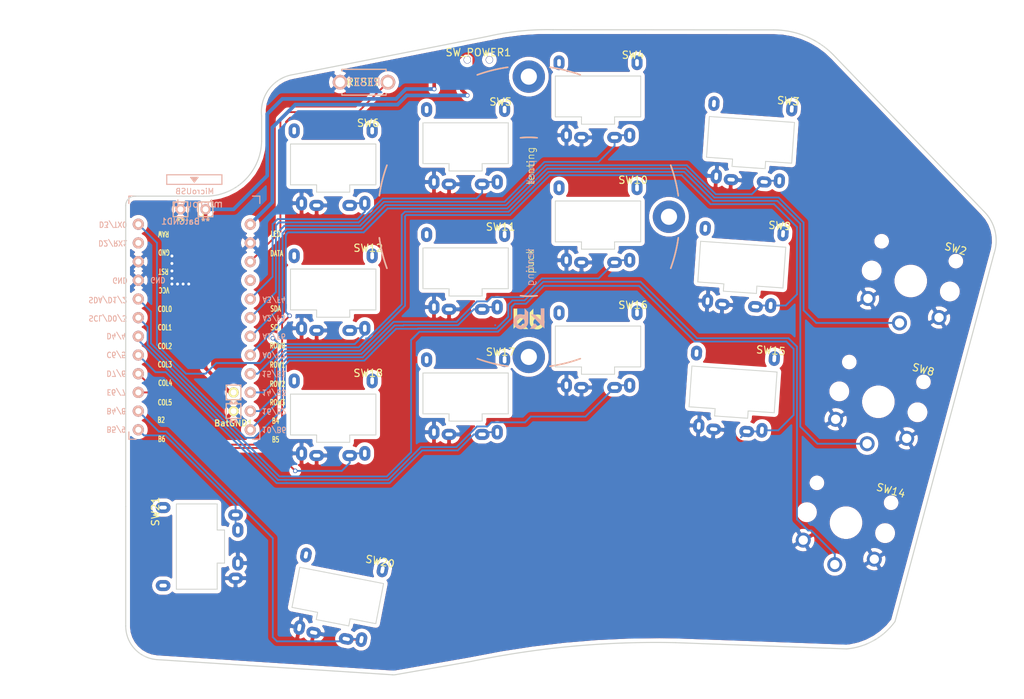
<source format=kicad_pcb>
(kicad_pcb (version 20171130) (host pcbnew 5.1.10)
  (title_block (title hypergolic) (date 2020-12-26) (rev 0.1) (company broomlabs))
  (layers (0 F.Cu signal) (31 B.Cu signal) (34 B.Paste user) (35 F.Paste user) (36 B.SilkS user hide) (37 F.SilkS user hide) (38 B.Mask user) (39 F.Mask user) (44 Edge.Cuts user))
  (net 0 "")
  (net 1 reset)
  (net 2 BT+)
  (net 3 gnd)
  (net 4 vcc)
  (net 5 Switch18)
  (net 6 Switch1)
  (net 7 Switch2)
  (net 8 Switch3)
  (net 9 Switch4)
  (net 10 Switch5)
  (net 11 Switch6)
  (net 12 Switch7)
  (net 13 Switch8)
  (net 14 Switch9)
  (net 15 Switch10)
  (net 16 Switch11)
  (net 17 Switch12)
  (net 18 Switch13)
  (net 19 Switch14)
  (net 20 Switch15)
  (net 21 Switch16)
  (net 22 Switch17)
  (net 23 "Net-(SW_POWER1-Pad1)")
  (net 24 raw)
  (module kbd:Choc_Mini_PG1232_Choc_Spacing_dual (layer B.Cu) (at 40.894 92.837 270)
    (fp_text reference SW21 hide)
    (fp_text value SW_Push hide)
    (fp_line (start 2.25 -2.6) (end 5.8 -2.6) (layer Edge.Cuts) (width 0.12))
    (fp_line (start -2.25 -2.6) (end -5.8 -2.6) (layer Edge.Cuts) (width 0.12))
    (fp_line (start 2.25 -3.6) (end 2.25 -2.6) (layer Edge.Cuts) (width 0.12))
    (fp_line (start -2.25 -3.6) (end 2.25 -3.6) (layer Edge.Cuts) (width 0.12))
    (fp_line (start -2.25 -2.6) (end -2.25 -3.6) (layer Edge.Cuts) (width 0.12))
    (fp_line (start -5.8 -2.6) (end -5.8 2.95) (layer Edge.Cuts) (width 0.12))
    (fp_line (start 5.8 2.95) (end 5.8 -2.6) (layer Edge.Cuts) (width 0.12))
    (fp_line (start -5.8 2.95) (end 5.8 2.95) (layer Edge.Cuts) (width 0.12))
    (fp_text user %R (at -4.76 5.8 90) (layer F.SilkS))
    (pad 1 thru_hole oval (at -4.3 -5.1 270) (size 1.5 2) (drill oval 0.5 1) (layers *.Cu *.Mask) (net 22 Switch17) (clearance 0.2))
    (pad 2 thru_hole oval (at 2.25 -5.4 270) (size 2 1.5) (drill oval 1 0.5) (layers *.Cu *.Mask) (net 3 gnd) (clearance 0.2))
    (pad 3 thru_hole oval (at 5.3 4.75 270) (size 1.5 2) (drill oval 0.5 1) (layers *.Cu *.Mask) (clearance 0.2))
    (pad 4 thru_hole oval (at -5.3 4.75 270) (size 1.5 2) (drill oval 0.5 1) (layers *.Cu *.Mask) (clearance 0.2))
    (pad 2 thru_hole oval (at 4.3 -5.1 270) (size 1.5 2) (drill oval 0.5 1) (layers *.Cu *.Mask) (net 3 gnd) (clearance 0.2))
    (pad 1 thru_hole oval (at -2.25 -5.4 270) (size 2 1.5) (drill oval 1 0.5) (layers *.Cu *.Mask) (net 22 Switch17) (clearance 0.2))
  )
  (module kbd:1pin_conn (layer F.Cu) (at 45.72 71.882)
    (fp_text reference ** (at 0 1.651) (layer F.SilkS) (effects (font (size 0.8128 0.8128))))
    (fp_text value Val** hide)
    (fp_text user ** (at 0 1.651) (layer B.SilkS) (effects (font (size 0.8128 0.8128)) (justify mirror)))
    (pad 1 thru_hole circle (at 0 0) (size 1.397 1.397) (drill 0.8128) (layers *.Cu *.Mask F.SilkS) (net 2 BT+))
  )
  (module kbd:1pin_conn (layer F.Cu) (at 45.72 74.422)
    (fp_text reference BatGND1 (at 0 1.651) (layer F.SilkS) (effects (font (size 0.8128 0.8128))))
    (fp_text value MountingHole_Pad hide)
    (fp_text user ** (at 0 1.651) (layer B.SilkS) (effects (font (size 0.8128 0.8128)) (justify mirror)))
    (pad 1 thru_hole circle (at 0 0) (size 1.397 1.397) (drill 0.8128) (layers *.Cu *.Mask F.SilkS) (net 3 gnd))
  )
  (module kbd:ProMicro_DPB (layer B.Cu) (at 40.386 63.5 180)
    (fp_text reference U1 hide)
    (fp_text value ProMicro-kbd hide)
    (fp_text user MicroUSB (at -0.05 18.95) (layer B.SilkS) (effects (font (size 0.75 0.75) (thickness 0.12)) (justify mirror)))
    (fp_text user B4/8 (at 10.605 -10.9 180 unlocked) (layer B.SilkS) (effects (font (size 0.75 0.67) (thickness 0.125)) (justify mirror)))
    (fp_text user D2/RX1 (at 11.055 11.9 180 unlocked) (layer B.SilkS) (effects (font (size 0.75 0.67) (thickness 0.125)) (justify mirror)))
    (fp_text user B5/9 (at 10.605 -13.4 180 unlocked) (layer B.SilkS) (effects (font (size 0.75 0.67) (thickness 0.125)) (justify mirror)))
    (fp_text user C6/5 (at 10.605 -3.25 180 unlocked) (layer B.SilkS) (effects (font (size 0.75 0.67) (thickness 0.125)) (justify mirror)))
    (fp_text user SCL/D0/3 (at 11.755 1.7 180 unlocked) (layer B.SilkS) (effects (font (size 0.75 0.67) (thickness 0.125)) (justify mirror)))
    (fp_text user SDA/D1/2 (at 11.755 4.2 180 unlocked) (layer B.SilkS) (effects (font (size 0.75 0.67) (thickness 0.125)) (justify mirror)))
    (fp_text user D4/4 (at 10.605 -0.7 180 unlocked) (layer B.SilkS) (effects (font (size 0.75 0.67) (thickness 0.125)) (justify mirror)))
    (fp_text user D3/TX0 (at 11.055 14.45 180 unlocked) (layer B.SilkS) (effects (font (size 0.75 0.67) (thickness 0.125)) (justify mirror)))
    (fp_text user GND (at 4.955 6.9 180 unlocked) (layer B.SilkS) (effects (font (size 0.75 0.67) (thickness 0.125)) (justify mirror)))
    (fp_text user GND (at 10.105 6.85 180 unlocked) (layer B.SilkS) (effects (font (size 0.75 0.67) (thickness 0.125)) (justify mirror)))
    (fp_text user D7/6 (at 10.605 -5.8 180 unlocked) (layer B.SilkS) (effects (font (size 0.75 0.67) (thickness 0.125)) (justify mirror)))
    (fp_text user E6/7 (at 10.605 -8.35 180 unlocked) (layer B.SilkS) (effects (font (size 0.75 0.67) (thickness 0.125)) (justify mirror)))
    (fp_text user 16/B2 (at -10.845 -10.95 180 unlocked) (layer B.SilkS) (effects (font (size 0.75 0.67) (thickness 0.125)) (justify mirror)))
    (fp_text user 10/B6 (at -10.845 -13.45 180 unlocked) (layer B.SilkS) (effects (font (size 0.75 0.67) (thickness 0.125)) (justify mirror)))
    (fp_text user 14/B3 (at -10.845 -8.4 180 unlocked) (layer B.SilkS) (effects (font (size 0.75 0.67) (thickness 0.125)) (justify mirror)))
    (fp_text user 15/B1 (at -10.845 -5.85 180 unlocked) (layer B.SilkS) (effects (font (size 0.75 0.67) (thickness 0.125)) (justify mirror)))
    (fp_text user A0/F7 (at -10.845 -3.3 180 unlocked) (layer B.SilkS) (effects (font (size 0.75 0.67) (thickness 0.125)) (justify mirror)))
    (fp_text user A1/F6 (at -10.845 -0.75 180 unlocked) (layer B.SilkS) (effects (font (size 0.75 0.67) (thickness 0.125)) (justify mirror)))
    (fp_text user A2/F5 (at -10.845 1.75 180 unlocked) (layer B.SilkS) (effects (font (size 0.75 0.67) (thickness 0.125)) (justify mirror)))
    (fp_text user A3/F4 (at -10.845 4.25 180 unlocked) (layer B.SilkS) (effects (font (size 0.75 0.67) (thickness 0.125)) (justify mirror)))
    (fp_text user VCC (at 4.1275 5.5245 180 unlocked) (layer F.SilkS) (effects (font (size 0.75 0.5) (thickness 0.125))))
    (fp_text user RST (at 4.191 8.0645 180 unlocked) (layer F.SilkS) (effects (font (size 0.75 0.5) (thickness 0.125))))
    (fp_text user GND (at 4.1275 10.668 180 unlocked) (layer F.SilkS) (effects (font (size 0.75 0.5) (thickness 0.125))))
    (fp_text user RAW (at 4.191 13.1445 180 unlocked) (layer F.SilkS) (effects (font (size 0.75 0.5) (thickness 0.125))))
    (fp_text user "" (at -0.545 17.4) (layer B.SilkS) (effects (justify mirror)))
    (fp_text user "" (at -1.2515 16.256) (layer F.SilkS))
    (fp_text user ROW1 (at -11.3 -4.6355) (layer F.SilkS) (effects (font (size 0.75 0.5) (thickness 0.125))))
    (fp_text user COL4 (at 3.95 -7.112) (layer F.SilkS) (effects (font (size 0.75 0.5) (thickness 0.125))))
    (fp_text user ROW2 (at -11.3 -7.239) (layer F.SilkS) (effects (font (size 0.75 0.5) (thickness 0.125))))
    (fp_text user COL5 (at 4 -9.75) (layer F.SilkS) (effects (font (size 0.75 0.5) (thickness 0.125))))
    (fp_text user ROW3 (at -11.3 -9.75) (layer F.SilkS) (effects (font (size 0.75 0.5) (thickness 0.125))))
    (fp_text user B2 (at 4.5085 -12.1285) (layer F.SilkS) (effects (font (size 0.75 0.5) (thickness 0.125))))
    (fp_text user B4 (at -11.049 -12.2555) (layer F.SilkS) (effects (font (size 0.75 0.5) (thickness 0.125))))
    (fp_text user B5 (at -11.049 -14.7955) (layer F.SilkS) (effects (font (size 0.75 0.5) (thickness 0.125))))
    (fp_text user B6 (at 4.445 -14.732) (layer F.SilkS) (effects (font (size 0.75 0.5) (thickness 0.125))))
    (fp_text user COL0 (at 4 2.95) (layer F.SilkS) (effects (font (size 0.75 0.5) (thickness 0.125))))
    (fp_text user SDA (at -11.049 2.9845) (layer F.SilkS) (effects (font (size 0.75 0.5) (thickness 0.125))))
    (fp_text user COL1 (at 4 0.4445) (layer F.SilkS) (effects (font (size 0.75 0.5) (thickness 0.125))))
    (fp_text user SCL (at -11.049 0.4445) (layer F.SilkS) (effects (font (size 0.75 0.5) (thickness 0.125))))
    (fp_text user COL2 (at 4 -2.1) (layer F.SilkS) (effects (font (size 0.75 0.5) (thickness 0.125))))
    (fp_text user ROW0 (at -11.3 -2.032) (layer F.SilkS) (effects (font (size 0.75 0.5) (thickness 0.125))))
    (fp_text user COL3 (at 4 -4.6) (layer F.SilkS) (effects (font (size 0.75 0.5) (thickness 0.125))))
    (fp_text user DATA (at -11.2 10.5) (layer F.SilkS) (effects (font (size 0.75 0.5) (thickness 0.125))))
    (fp_text user LED (at -11.049 13.1445) (layer F.SilkS) (effects (font (size 0.75 0.5) (thickness 0.125))))
    (fp_text user | (at -1.2065 16.256) (layer F.SilkS))
    (fp_text user microusb (at -0.5 17.25) (layer B.SilkS) (effects (justify mirror)))
    (pad 1 thru_hole circle (at 7.6114 14.478 180) (size 1.524 1.524) (drill 0.8128) (layers *.Cu *.Mask B.SilkS) (net 15 Switch10))
    (pad 2 thru_hole circle (at 7.6114 11.938 180) (size 1.524 1.524) (drill 0.8128) (layers *.Cu *.Mask B.SilkS) (net 5 Switch18))
    (pad 3 thru_hole circle (at 7.6114 9.398 180) (size 1.524 1.524) (drill 0.8128) (layers *.Cu *.Mask B.SilkS) (net 3 gnd))
    (pad 4 thru_hole circle (at 7.6114 6.858 180) (size 1.524 1.524) (drill 0.8128) (layers *.Cu *.Mask B.SilkS) (net 3 gnd))
    (pad 5 thru_hole circle (at 7.6114 4.318 180) (size 1.524 1.524) (drill 0.8128) (layers *.Cu *.Mask B.SilkS) (net 16 Switch11))
    (pad 6 thru_hole circle (at 7.6114 1.778 180) (size 1.524 1.524) (drill 0.8128) (layers *.Cu *.Mask B.SilkS) (net 17 Switch12))
    (pad 7 thru_hole circle (at 7.6114 -0.762 180) (size 1.524 1.524) (drill 0.8128) (layers *.Cu *.Mask B.SilkS) (net 18 Switch13))
    (pad 8 thru_hole circle (at 7.6114 -3.302 180) (size 1.524 1.524) (drill 0.8128) (layers *.Cu *.Mask B.SilkS) (net 19 Switch14))
    (pad 9 thru_hole circle (at 7.6114 -5.842 180) (size 1.524 1.524) (drill 0.8128) (layers *.Cu *.Mask B.SilkS) (net 6 Switch1))
    (pad 10 thru_hole circle (at 7.6114 -8.382 180) (size 1.524 1.524) (drill 0.8128) (layers *.Cu *.Mask B.SilkS) (net 20 Switch15))
    (pad 11 thru_hole circle (at 7.6114 -10.922 180) (size 1.524 1.524) (drill 0.8128) (layers *.Cu *.Mask B.SilkS) (net 21 Switch16))
    (pad 12 thru_hole circle (at 7.6114 -13.462 180) (size 1.524 1.524) (drill 0.8128) (layers *.Cu *.Mask B.SilkS) (net 22 Switch17))
    (pad 13 thru_hole circle (at -7.6086 -13.462 180) (size 1.524 1.524) (drill 0.8128) (layers *.Cu *.Mask B.SilkS) (net 14 Switch9))
    (pad 14 thru_hole circle (at -7.6086 -10.922 180) (size 1.524 1.524) (drill 0.8128) (layers *.Cu *.Mask B.SilkS) (net 13 Switch8))
    (pad 15 thru_hole circle (at -7.6086 -8.382 180) (size 1.524 1.524) (drill 0.8128) (layers *.Cu *.Mask B.SilkS) (net 12 Switch7))
    (pad 16 thru_hole circle (at -7.6086 -5.842 180) (size 1.524 1.524) (drill 0.8128) (layers *.Cu *.Mask B.SilkS) (net 11 Switch6))
    (pad 17 thru_hole circle (at -7.6086 -3.302 180) (size 1.524 1.524) (drill 0.8128) (layers *.Cu *.Mask B.SilkS) (net 7 Switch2))
    (pad 18 thru_hole circle (at -7.6086 -0.762 180) (size 1.524 1.524) (drill 0.8128) (layers *.Cu *.Mask B.SilkS) (net 8 Switch3))
    (pad 19 thru_hole circle (at -7.6086 1.778 180) (size 1.524 1.524) (drill 0.8128) (layers *.Cu *.Mask B.SilkS) (net 9 Switch4))
    (pad 20 thru_hole circle (at -7.6086 4.318 180) (size 1.524 1.524) (drill 0.8128) (layers *.Cu *.Mask B.SilkS) (net 10 Switch5))
    (pad 21 thru_hole circle (at -7.6086 6.858 180) (size 1.524 1.524) (drill 0.8128) (layers *.Cu *.Mask B.SilkS) (net 4 vcc))
    (pad 22 thru_hole circle (at -7.6086 9.398 180) (size 1.524 1.524) (drill 0.8128) (layers *.Cu *.Mask B.SilkS) (net 1 reset))
    (pad 23 thru_hole circle (at -7.6086 11.938 180) (size 1.524 1.524) (drill 0.8128) (layers *.Cu *.Mask B.SilkS) (net 3 gnd))
    (pad 24 thru_hole circle (at -7.6086 14.478 180) (size 1.524 1.524) (drill 0.8128) (layers *.Cu *.Mask B.SilkS) (net 24 raw))
  )
  (module kbd:1pin_conn (layer B.Cu) (at 41.91 46.99 180)
    (fp_text reference ** (at 0 -1.651) (layer B.SilkS) (effects (font (size 0.8128 0.8128)) (justify mirror)))
    (fp_text value Val** hide)
    (fp_text user ** (at 0 -1.651) (layer F.SilkS) (effects (font (size 0.8128 0.8128))))
    (pad 1 thru_hole circle (at 0 0 180) (size 1.397 1.397) (drill 0.8128) (layers *.Cu *.Mask B.SilkS) (net 2 BT+))
  )
  (module kbd:Tenting_Puck2-3 (layer B.Cu) (at 85.852 48.006 180)
    (fp_text reference REF**)
    (fp_text value "Tenting Puck")
    (fp_text user puck (at -0.1905 -6.0325 90 unlocked) (layer F.SilkS) (effects (font (thickness 0.1))))
    (fp_text user tenting (at -0.254 6.9215 270) (layer F.SilkS) (effects (font (thickness 0.1))))
    (fp_text user puck (at -0.254 6.0325 270) (layer B.SilkS) (effects (font (thickness 0.1)) (justify mirror)))
    (fp_text user tenting (at -0.1905 -6.858 270) (layer B.SilkS) (effects (font (thickness 0.1)) (justify mirror)))
    (pad 1 thru_hole circle (at -19.05 0 180) (size 4.4 4.4) (drill 2.2) (layers *.Cu *.Mask))
    (pad 1 thru_hole circle (at 0 -19.05 180) (size 4.4 4.4) (drill 2.2) (layers *.Cu *.Mask))
    (pad 1 thru_hole circle (at 0 19.05 180) (size 4.4 4.4) (drill 2.2) (layers *.Cu *.Mask))
  )
  (module kbd:Choc_Mini_PG1232_Choc_Spacing_dual (layer B.Cu) (at 59.26 75.064 180)
    (fp_text reference SW18 hide)
    (fp_text value SW_Push hide)
    (fp_line (start -5.8 2.95) (end 5.8 2.95) (layer Edge.Cuts) (width 0.12))
    (fp_line (start 5.8 2.95) (end 5.8 -2.6) (layer Edge.Cuts) (width 0.12))
    (fp_line (start -5.8 -2.6) (end -5.8 2.95) (layer Edge.Cuts) (width 0.12))
    (fp_line (start -2.25 -2.6) (end -2.25 -3.6) (layer Edge.Cuts) (width 0.12))
    (fp_line (start -2.25 -3.6) (end 2.25 -3.6) (layer Edge.Cuts) (width 0.12))
    (fp_line (start 2.25 -3.6) (end 2.25 -2.6) (layer Edge.Cuts) (width 0.12))
    (fp_line (start -2.25 -2.6) (end -5.8 -2.6) (layer Edge.Cuts) (width 0.12))
    (fp_line (start 2.25 -2.6) (end 5.8 -2.6) (layer Edge.Cuts) (width 0.12))
    (fp_text user %R (at -4.76 5.8) (layer F.SilkS))
    (pad 1 thru_hole oval (at -4.3 -5.1 180) (size 1.5 2) (drill oval 0.5 1) (layers *.Cu *.Mask) (net 20 Switch15) (clearance 0.2))
    (pad 2 thru_hole oval (at 2.25 -5.4 180) (size 2 1.5) (drill oval 1 0.5) (layers *.Cu *.Mask) (net 3 gnd) (clearance 0.2))
    (pad 3 thru_hole oval (at 5.3 4.75 180) (size 1.5 2) (drill oval 0.5 1) (layers *.Cu *.Mask) (clearance 0.2))
    (pad 4 thru_hole oval (at -5.3 4.75 180) (size 1.5 2) (drill oval 0.5 1) (layers *.Cu *.Mask) (clearance 0.2))
    (pad 2 thru_hole oval (at 4.3 -5.1 180) (size 1.5 2) (drill oval 0.5 1) (layers *.Cu *.Mask) (net 3 gnd) (clearance 0.2))
    (pad 1 thru_hole oval (at -2.25 -5.4 180) (size 2 1.5) (drill oval 1 0.5) (layers *.Cu *.Mask) (net 20 Switch15) (clearance 0.2))
  )
  (module kbd:Choc_Mini_PG1232_Choc_Spacing_dual (layer B.Cu) (at 115.9747 37.7256 176)
    (fp_text reference SW3 hide)
    (fp_text value SW_Push hide)
    (fp_line (start -5.8 2.95) (end 5.8 2.95) (layer Edge.Cuts) (width 0.12))
    (fp_line (start 5.8 2.95) (end 5.8 -2.6) (layer Edge.Cuts) (width 0.12))
    (fp_line (start -5.8 -2.6) (end -5.8 2.95) (layer Edge.Cuts) (width 0.12))
    (fp_line (start -2.25 -2.6) (end -2.25 -3.6) (layer Edge.Cuts) (width 0.12))
    (fp_line (start -2.25 -3.6) (end 2.25 -3.6) (layer Edge.Cuts) (width 0.12))
    (fp_line (start 2.25 -3.6) (end 2.25 -2.6) (layer Edge.Cuts) (width 0.12))
    (fp_line (start -2.25 -2.6) (end -5.8 -2.6) (layer Edge.Cuts) (width 0.12))
    (fp_line (start 2.25 -2.6) (end 5.8 -2.6) (layer Edge.Cuts) (width 0.12))
    (fp_text user %R (at -4.76 5.8 356) (layer F.SilkS))
    (pad 1 thru_hole oval (at -4.3 -5.1 176) (size 1.5 2) (drill oval 0.5 1) (layers *.Cu *.Mask) (net 7 Switch2) (clearance 0.2))
    (pad 2 thru_hole oval (at 2.25 -5.4 176) (size 2 1.5) (drill oval 1 0.5) (layers *.Cu *.Mask) (net 3 gnd) (clearance 0.2))
    (pad 3 thru_hole oval (at 5.3 4.75 176) (size 1.5 2) (drill oval 0.5 1) (layers *.Cu *.Mask) (clearance 0.2))
    (pad 4 thru_hole oval (at -5.3 4.75 176) (size 1.5 2) (drill oval 0.5 1) (layers *.Cu *.Mask) (clearance 0.2))
    (pad 2 thru_hole oval (at 4.3 -5.1 176) (size 1.5 2) (drill oval 0.5 1) (layers *.Cu *.Mask) (net 3 gnd) (clearance 0.2))
    (pad 1 thru_hole oval (at -2.25 -5.4 176) (size 2 1.5) (drill oval 1 0.5) (layers *.Cu *.Mask) (net 7 Switch2) (clearance 0.2))
  )
  (module kbd:Choc_Mini_PG1232_Choc_Spacing_dual (layer B.Cu) (at 59.26 58.064 180)
    (fp_text reference SW12 hide)
    (fp_text value SW_Push hide)
    (fp_line (start -5.8 2.95) (end 5.8 2.95) (layer Edge.Cuts) (width 0.12))
    (fp_line (start 5.8 2.95) (end 5.8 -2.6) (layer Edge.Cuts) (width 0.12))
    (fp_line (start -5.8 -2.6) (end -5.8 2.95) (layer Edge.Cuts) (width 0.12))
    (fp_line (start -2.25 -2.6) (end -2.25 -3.6) (layer Edge.Cuts) (width 0.12))
    (fp_line (start -2.25 -3.6) (end 2.25 -3.6) (layer Edge.Cuts) (width 0.12))
    (fp_line (start 2.25 -3.6) (end 2.25 -2.6) (layer Edge.Cuts) (width 0.12))
    (fp_line (start -2.25 -2.6) (end -5.8 -2.6) (layer Edge.Cuts) (width 0.12))
    (fp_line (start 2.25 -2.6) (end 5.8 -2.6) (layer Edge.Cuts) (width 0.12))
    (fp_text user %R (at -4.76 5.8) (layer F.SilkS))
    (pad 1 thru_hole oval (at -4.3 -5.1 180) (size 1.5 2) (drill oval 0.5 1) (layers *.Cu *.Mask) (net 15 Switch10) (clearance 0.2))
    (pad 2 thru_hole oval (at 2.25 -5.4 180) (size 2 1.5) (drill oval 1 0.5) (layers *.Cu *.Mask) (net 3 gnd) (clearance 0.2))
    (pad 3 thru_hole oval (at 5.3 4.75 180) (size 1.5 2) (drill oval 0.5 1) (layers *.Cu *.Mask) (clearance 0.2))
    (pad 4 thru_hole oval (at -5.3 4.75 180) (size 1.5 2) (drill oval 0.5 1) (layers *.Cu *.Mask) (clearance 0.2))
    (pad 2 thru_hole oval (at 4.3 -5.1 180) (size 1.5 2) (drill oval 0.5 1) (layers *.Cu *.Mask) (net 3 gnd) (clearance 0.2))
    (pad 1 thru_hole oval (at -2.25 -5.4 180) (size 2 1.5) (drill oval 1 0.5) (layers *.Cu *.Mask) (net 15 Switch10) (clearance 0.2))
  )
  (module kbd:Choc_Mini_PG1232_Choc_Spacing_dual (layer B.Cu) (at 59.852 99.658 169)
    (fp_text reference SW20 hide)
    (fp_text value SW_Push hide)
    (fp_line (start -5.8 2.95) (end 5.8 2.95) (layer Edge.Cuts) (width 0.12))
    (fp_line (start 5.8 2.95) (end 5.8 -2.6) (layer Edge.Cuts) (width 0.12))
    (fp_line (start -5.8 -2.6) (end -5.8 2.95) (layer Edge.Cuts) (width 0.12))
    (fp_line (start -2.25 -2.6) (end -2.25 -3.6) (layer Edge.Cuts) (width 0.12))
    (fp_line (start -2.25 -3.6) (end 2.25 -3.6) (layer Edge.Cuts) (width 0.12))
    (fp_line (start 2.25 -3.6) (end 2.25 -2.6) (layer Edge.Cuts) (width 0.12))
    (fp_line (start -2.25 -2.6) (end -5.8 -2.6) (layer Edge.Cuts) (width 0.12))
    (fp_line (start 2.25 -2.6) (end 5.8 -2.6) (layer Edge.Cuts) (width 0.12))
    (fp_text user %R (at -4.76 5.8 349) (layer F.SilkS))
    (pad 1 thru_hole oval (at -4.3 -5.1 169) (size 1.5 2) (drill oval 0.5 1) (layers *.Cu *.Mask) (net 21 Switch16) (clearance 0.2))
    (pad 2 thru_hole oval (at 2.25 -5.4 169) (size 2 1.5) (drill oval 1 0.5) (layers *.Cu *.Mask) (net 3 gnd) (clearance 0.2))
    (pad 3 thru_hole oval (at 5.3 4.75 169) (size 1.5 2) (drill oval 0.5 1) (layers *.Cu *.Mask) (clearance 0.2))
    (pad 4 thru_hole oval (at -5.3 4.75 169) (size 1.5 2) (drill oval 0.5 1) (layers *.Cu *.Mask) (clearance 0.2))
    (pad 2 thru_hole oval (at 4.3 -5.1 169) (size 1.5 2) (drill oval 0.5 1) (layers *.Cu *.Mask) (net 3 gnd) (clearance 0.2))
    (pad 1 thru_hole oval (at -2.25 -5.4 169) (size 2 1.5) (drill oval 1 0.5) (layers *.Cu *.Mask) (net 21 Switch16) (clearance 0.2))
  )
  (module kbd:Choc_Mini_PG1232_Choc_Spacing_dual (layer B.Cu) (at 77.26 72.189 180)
    (fp_text reference SW17 hide)
    (fp_text value SW_Push hide)
    (fp_line (start -5.8 2.95) (end 5.8 2.95) (layer Edge.Cuts) (width 0.12))
    (fp_line (start 5.8 2.95) (end 5.8 -2.6) (layer Edge.Cuts) (width 0.12))
    (fp_line (start -5.8 -2.6) (end -5.8 2.95) (layer Edge.Cuts) (width 0.12))
    (fp_line (start -2.25 -2.6) (end -2.25 -3.6) (layer Edge.Cuts) (width 0.12))
    (fp_line (start -2.25 -3.6) (end 2.25 -3.6) (layer Edge.Cuts) (width 0.12))
    (fp_line (start 2.25 -3.6) (end 2.25 -2.6) (layer Edge.Cuts) (width 0.12))
    (fp_line (start -2.25 -2.6) (end -5.8 -2.6) (layer Edge.Cuts) (width 0.12))
    (fp_line (start 2.25 -2.6) (end 5.8 -2.6) (layer Edge.Cuts) (width 0.12))
    (fp_text user %R (at -4.76 5.8) (layer F.SilkS))
    (pad 1 thru_hole oval (at -4.3 -5.1 180) (size 1.5 2) (drill oval 0.5 1) (layers *.Cu *.Mask) (net 19 Switch14) (clearance 0.2))
    (pad 2 thru_hole oval (at 2.25 -5.4 180) (size 2 1.5) (drill oval 1 0.5) (layers *.Cu *.Mask) (net 3 gnd) (clearance 0.2))
    (pad 3 thru_hole oval (at 5.3 4.75 180) (size 1.5 2) (drill oval 0.5 1) (layers *.Cu *.Mask) (clearance 0.2))
    (pad 4 thru_hole oval (at -5.3 4.75 180) (size 1.5 2) (drill oval 0.5 1) (layers *.Cu *.Mask) (clearance 0.2))
    (pad 2 thru_hole oval (at 4.3 -5.1 180) (size 1.5 2) (drill oval 0.5 1) (layers *.Cu *.Mask) (net 3 gnd) (clearance 0.2))
    (pad 1 thru_hole oval (at -2.25 -5.4 180) (size 2 1.5) (drill oval 1 0.5) (layers *.Cu *.Mask) (net 19 Switch14) (clearance 0.2))
  )
  (module kbd:Choc_Mini_PG1232_Choc_Spacing_dual (layer B.Cu) (at 95.26 65.814 180)
    (fp_text reference SW16 hide)
    (fp_text value SW_Push hide)
    (fp_line (start -5.8 2.95) (end 5.8 2.95) (layer Edge.Cuts) (width 0.12))
    (fp_line (start 5.8 2.95) (end 5.8 -2.6) (layer Edge.Cuts) (width 0.12))
    (fp_line (start -5.8 -2.6) (end -5.8 2.95) (layer Edge.Cuts) (width 0.12))
    (fp_line (start -2.25 -2.6) (end -2.25 -3.6) (layer Edge.Cuts) (width 0.12))
    (fp_line (start -2.25 -3.6) (end 2.25 -3.6) (layer Edge.Cuts) (width 0.12))
    (fp_line (start 2.25 -3.6) (end 2.25 -2.6) (layer Edge.Cuts) (width 0.12))
    (fp_line (start -2.25 -2.6) (end -5.8 -2.6) (layer Edge.Cuts) (width 0.12))
    (fp_line (start 2.25 -2.6) (end 5.8 -2.6) (layer Edge.Cuts) (width 0.12))
    (fp_text user %R (at -4.76 5.8) (layer F.SilkS))
    (pad 1 thru_hole oval (at -4.3 -5.1 180) (size 1.5 2) (drill oval 0.5 1) (layers *.Cu *.Mask) (net 18 Switch13) (clearance 0.2))
    (pad 2 thru_hole oval (at 2.25 -5.4 180) (size 2 1.5) (drill oval 1 0.5) (layers *.Cu *.Mask) (net 3 gnd) (clearance 0.2))
    (pad 3 thru_hole oval (at 5.3 4.75 180) (size 1.5 2) (drill oval 0.5 1) (layers *.Cu *.Mask) (clearance 0.2))
    (pad 4 thru_hole oval (at -5.3 4.75 180) (size 1.5 2) (drill oval 0.5 1) (layers *.Cu *.Mask) (clearance 0.2))
    (pad 2 thru_hole oval (at 4.3 -5.1 180) (size 1.5 2) (drill oval 0.5 1) (layers *.Cu *.Mask) (net 3 gnd) (clearance 0.2))
    (pad 1 thru_hole oval (at -2.25 -5.4 180) (size 2 1.5) (drill oval 1 0.5) (layers *.Cu *.Mask) (net 18 Switch13) (clearance 0.2))
  )
  (module kbd:Choc_Mini_PG1232_Choc_Spacing_dual (layer B.Cu) (at 113.6027 71.6477 176)
    (fp_text reference SW15 hide)
    (fp_text value SW_Push hide)
    (fp_line (start -5.8 2.95) (end 5.8 2.95) (layer Edge.Cuts) (width 0.12))
    (fp_line (start 5.8 2.95) (end 5.8 -2.6) (layer Edge.Cuts) (width 0.12))
    (fp_line (start -5.8 -2.6) (end -5.8 2.95) (layer Edge.Cuts) (width 0.12))
    (fp_line (start -2.25 -2.6) (end -2.25 -3.6) (layer Edge.Cuts) (width 0.12))
    (fp_line (start -2.25 -3.6) (end 2.25 -3.6) (layer Edge.Cuts) (width 0.12))
    (fp_line (start 2.25 -3.6) (end 2.25 -2.6) (layer Edge.Cuts) (width 0.12))
    (fp_line (start -2.25 -2.6) (end -5.8 -2.6) (layer Edge.Cuts) (width 0.12))
    (fp_line (start 2.25 -2.6) (end 5.8 -2.6) (layer Edge.Cuts) (width 0.12))
    (fp_text user %R (at -4.76 5.8 356) (layer F.SilkS))
    (pad 1 thru_hole oval (at -4.3 -5.1 176) (size 1.5 2) (drill oval 0.5 1) (layers *.Cu *.Mask) (net 17 Switch12) (clearance 0.2))
    (pad 2 thru_hole oval (at 2.25 -5.4 176) (size 2 1.5) (drill oval 1 0.5) (layers *.Cu *.Mask) (net 3 gnd) (clearance 0.2))
    (pad 3 thru_hole oval (at 5.3 4.75 176) (size 1.5 2) (drill oval 0.5 1) (layers *.Cu *.Mask) (clearance 0.2))
    (pad 4 thru_hole oval (at -5.3 4.75 176) (size 1.5 2) (drill oval 0.5 1) (layers *.Cu *.Mask) (clearance 0.2))
    (pad 2 thru_hole oval (at 4.3 -5.1 176) (size 1.5 2) (drill oval 0.5 1) (layers *.Cu *.Mask) (net 3 gnd) (clearance 0.2))
    (pad 1 thru_hole oval (at -2.25 -5.4 176) (size 2 1.5) (drill oval 1 0.5) (layers *.Cu *.Mask) (net 17 Switch12) (clearance 0.2))
  )
  (module kbd:Choc_Mini_PG1232_Choc_Spacing_dual (layer B.Cu) (at 77.26 55.184 180)
    (fp_text reference SW11 hide)
    (fp_text value SW_Push hide)
    (fp_line (start -5.8 2.95) (end 5.8 2.95) (layer Edge.Cuts) (width 0.12))
    (fp_line (start 5.8 2.95) (end 5.8 -2.6) (layer Edge.Cuts) (width 0.12))
    (fp_line (start -5.8 -2.6) (end -5.8 2.95) (layer Edge.Cuts) (width 0.12))
    (fp_line (start -2.25 -2.6) (end -2.25 -3.6) (layer Edge.Cuts) (width 0.12))
    (fp_line (start -2.25 -3.6) (end 2.25 -3.6) (layer Edge.Cuts) (width 0.12))
    (fp_line (start 2.25 -3.6) (end 2.25 -2.6) (layer Edge.Cuts) (width 0.12))
    (fp_line (start -2.25 -2.6) (end -5.8 -2.6) (layer Edge.Cuts) (width 0.12))
    (fp_line (start 2.25 -2.6) (end 5.8 -2.6) (layer Edge.Cuts) (width 0.12))
    (fp_text user %R (at -4.76 5.8) (layer F.SilkS))
    (pad 1 thru_hole oval (at -4.3 -5.1 180) (size 1.5 2) (drill oval 0.5 1) (layers *.Cu *.Mask) (net 14 Switch9) (clearance 0.2))
    (pad 2 thru_hole oval (at 2.25 -5.4 180) (size 2 1.5) (drill oval 1 0.5) (layers *.Cu *.Mask) (net 3 gnd) (clearance 0.2))
    (pad 3 thru_hole oval (at 5.3 4.75 180) (size 1.5 2) (drill oval 0.5 1) (layers *.Cu *.Mask) (clearance 0.2))
    (pad 4 thru_hole oval (at -5.3 4.75 180) (size 1.5 2) (drill oval 0.5 1) (layers *.Cu *.Mask) (clearance 0.2))
    (pad 2 thru_hole oval (at 4.3 -5.1 180) (size 1.5 2) (drill oval 0.5 1) (layers *.Cu *.Mask) (net 3 gnd) (clearance 0.2))
    (pad 1 thru_hole oval (at -2.25 -5.4 180) (size 2 1.5) (drill oval 1 0.5) (layers *.Cu *.Mask) (net 14 Switch9) (clearance 0.2))
  )
  (module kbd:Choc_Mini_PG1232_Choc_Spacing_dual (layer B.Cu) (at 95.26 48.814 180)
    (fp_text reference SW10 hide)
    (fp_text value SW_Push hide)
    (fp_line (start -5.8 2.95) (end 5.8 2.95) (layer Edge.Cuts) (width 0.12))
    (fp_line (start 5.8 2.95) (end 5.8 -2.6) (layer Edge.Cuts) (width 0.12))
    (fp_line (start -5.8 -2.6) (end -5.8 2.95) (layer Edge.Cuts) (width 0.12))
    (fp_line (start -2.25 -2.6) (end -2.25 -3.6) (layer Edge.Cuts) (width 0.12))
    (fp_line (start -2.25 -3.6) (end 2.25 -3.6) (layer Edge.Cuts) (width 0.12))
    (fp_line (start 2.25 -3.6) (end 2.25 -2.6) (layer Edge.Cuts) (width 0.12))
    (fp_line (start -2.25 -2.6) (end -5.8 -2.6) (layer Edge.Cuts) (width 0.12))
    (fp_line (start 2.25 -2.6) (end 5.8 -2.6) (layer Edge.Cuts) (width 0.12))
    (fp_text user %R (at -4.76 5.8) (layer F.SilkS))
    (pad 1 thru_hole oval (at -4.3 -5.1 180) (size 1.5 2) (drill oval 0.5 1) (layers *.Cu *.Mask) (net 13 Switch8) (clearance 0.2))
    (pad 2 thru_hole oval (at 2.25 -5.4 180) (size 2 1.5) (drill oval 1 0.5) (layers *.Cu *.Mask) (net 3 gnd) (clearance 0.2))
    (pad 3 thru_hole oval (at 5.3 4.75 180) (size 1.5 2) (drill oval 0.5 1) (layers *.Cu *.Mask) (clearance 0.2))
    (pad 4 thru_hole oval (at -5.3 4.75 180) (size 1.5 2) (drill oval 0.5 1) (layers *.Cu *.Mask) (clearance 0.2))
    (pad 2 thru_hole oval (at 4.3 -5.1 180) (size 1.5 2) (drill oval 0.5 1) (layers *.Cu *.Mask) (net 3 gnd) (clearance 0.2))
    (pad 1 thru_hole oval (at -2.25 -5.4 180) (size 2 1.5) (drill oval 1 0.5) (layers *.Cu *.Mask) (net 13 Switch8) (clearance 0.2))
  )
  (module kbd:Choc_Mini_PG1232_Choc_Spacing_dual (layer B.Cu) (at 114.7889 54.6842 176)
    (fp_text reference SW9 hide)
    (fp_text value SW_Push hide)
    (fp_line (start -5.8 2.95) (end 5.8 2.95) (layer Edge.Cuts) (width 0.12))
    (fp_line (start 5.8 2.95) (end 5.8 -2.6) (layer Edge.Cuts) (width 0.12))
    (fp_line (start -5.8 -2.6) (end -5.8 2.95) (layer Edge.Cuts) (width 0.12))
    (fp_line (start -2.25 -2.6) (end -2.25 -3.6) (layer Edge.Cuts) (width 0.12))
    (fp_line (start -2.25 -3.6) (end 2.25 -3.6) (layer Edge.Cuts) (width 0.12))
    (fp_line (start 2.25 -3.6) (end 2.25 -2.6) (layer Edge.Cuts) (width 0.12))
    (fp_line (start -2.25 -2.6) (end -5.8 -2.6) (layer Edge.Cuts) (width 0.12))
    (fp_line (start 2.25 -2.6) (end 5.8 -2.6) (layer Edge.Cuts) (width 0.12))
    (fp_text user %R (at -4.76 5.8 356) (layer F.SilkS))
    (pad 1 thru_hole oval (at -4.3 -5.1 176) (size 1.5 2) (drill oval 0.5 1) (layers *.Cu *.Mask) (net 12 Switch7) (clearance 0.2))
    (pad 2 thru_hole oval (at 2.25 -5.4 176) (size 2 1.5) (drill oval 1 0.5) (layers *.Cu *.Mask) (net 3 gnd) (clearance 0.2))
    (pad 3 thru_hole oval (at 5.3 4.75 176) (size 1.5 2) (drill oval 0.5 1) (layers *.Cu *.Mask) (clearance 0.2))
    (pad 4 thru_hole oval (at -5.3 4.75 176) (size 1.5 2) (drill oval 0.5 1) (layers *.Cu *.Mask) (clearance 0.2))
    (pad 2 thru_hole oval (at 4.3 -5.1 176) (size 1.5 2) (drill oval 0.5 1) (layers *.Cu *.Mask) (net 3 gnd) (clearance 0.2))
    (pad 1 thru_hole oval (at -2.25 -5.4 176) (size 2 1.5) (drill oval 1 0.5) (layers *.Cu *.Mask) (net 12 Switch7) (clearance 0.2))
  )
  (module kbd:Choc_Mini_PG1232_Choc_Spacing_dual (layer B.Cu) (at 59.26 41.064 180)
    (fp_text reference SW6 hide)
    (fp_text value SW_Push hide)
    (fp_line (start -5.8 2.95) (end 5.8 2.95) (layer Edge.Cuts) (width 0.12))
    (fp_line (start 5.8 2.95) (end 5.8 -2.6) (layer Edge.Cuts) (width 0.12))
    (fp_line (start -5.8 -2.6) (end -5.8 2.95) (layer Edge.Cuts) (width 0.12))
    (fp_line (start -2.25 -2.6) (end -2.25 -3.6) (layer Edge.Cuts) (width 0.12))
    (fp_line (start -2.25 -3.6) (end 2.25 -3.6) (layer Edge.Cuts) (width 0.12))
    (fp_line (start 2.25 -3.6) (end 2.25 -2.6) (layer Edge.Cuts) (width 0.12))
    (fp_line (start -2.25 -2.6) (end -5.8 -2.6) (layer Edge.Cuts) (width 0.12))
    (fp_line (start 2.25 -2.6) (end 5.8 -2.6) (layer Edge.Cuts) (width 0.12))
    (fp_text user %R (at -4.76 5.8) (layer F.SilkS))
    (pad 1 thru_hole oval (at -4.3 -5.1 180) (size 1.5 2) (drill oval 0.5 1) (layers *.Cu *.Mask) (net 10 Switch5) (clearance 0.2))
    (pad 2 thru_hole oval (at 2.25 -5.4 180) (size 2 1.5) (drill oval 1 0.5) (layers *.Cu *.Mask) (net 3 gnd) (clearance 0.2))
    (pad 3 thru_hole oval (at 5.3 4.75 180) (size 1.5 2) (drill oval 0.5 1) (layers *.Cu *.Mask) (clearance 0.2))
    (pad 4 thru_hole oval (at -5.3 4.75 180) (size 1.5 2) (drill oval 0.5 1) (layers *.Cu *.Mask) (clearance 0.2))
    (pad 2 thru_hole oval (at 4.3 -5.1 180) (size 1.5 2) (drill oval 0.5 1) (layers *.Cu *.Mask) (net 3 gnd) (clearance 0.2))
    (pad 1 thru_hole oval (at -2.25 -5.4 180) (size 2 1.5) (drill oval 1 0.5) (layers *.Cu *.Mask) (net 10 Switch5) (clearance 0.2))
  )
  (module kbd:Choc_Mini_PG1232_Choc_Spacing_dual (layer B.Cu) (at 77.26 38.184 180)
    (fp_text reference SW5 hide)
    (fp_text value SW_Push hide)
    (fp_line (start -5.8 2.95) (end 5.8 2.95) (layer Edge.Cuts) (width 0.12))
    (fp_line (start 5.8 2.95) (end 5.8 -2.6) (layer Edge.Cuts) (width 0.12))
    (fp_line (start -5.8 -2.6) (end -5.8 2.95) (layer Edge.Cuts) (width 0.12))
    (fp_line (start -2.25 -2.6) (end -2.25 -3.6) (layer Edge.Cuts) (width 0.12))
    (fp_line (start -2.25 -3.6) (end 2.25 -3.6) (layer Edge.Cuts) (width 0.12))
    (fp_line (start 2.25 -3.6) (end 2.25 -2.6) (layer Edge.Cuts) (width 0.12))
    (fp_line (start -2.25 -2.6) (end -5.8 -2.6) (layer Edge.Cuts) (width 0.12))
    (fp_line (start 2.25 -2.6) (end 5.8 -2.6) (layer Edge.Cuts) (width 0.12))
    (fp_text user %R (at -4.76 5.8) (layer F.SilkS))
    (pad 1 thru_hole oval (at -4.3 -5.1 180) (size 1.5 2) (drill oval 0.5 1) (layers *.Cu *.Mask) (net 9 Switch4) (clearance 0.2))
    (pad 2 thru_hole oval (at 2.25 -5.4 180) (size 2 1.5) (drill oval 1 0.5) (layers *.Cu *.Mask) (net 3 gnd) (clearance 0.2))
    (pad 3 thru_hole oval (at 5.3 4.75 180) (size 1.5 2) (drill oval 0.5 1) (layers *.Cu *.Mask) (clearance 0.2))
    (pad 4 thru_hole oval (at -5.3 4.75 180) (size 1.5 2) (drill oval 0.5 1) (layers *.Cu *.Mask) (clearance 0.2))
    (pad 2 thru_hole oval (at 4.3 -5.1 180) (size 1.5 2) (drill oval 0.5 1) (layers *.Cu *.Mask) (net 3 gnd) (clearance 0.2))
    (pad 1 thru_hole oval (at -2.25 -5.4 180) (size 2 1.5) (drill oval 1 0.5) (layers *.Cu *.Mask) (net 9 Switch4) (clearance 0.2))
  )
  (module kbd:Choc_Mini_PG1232_Choc_Spacing_dual (layer B.Cu) (at 95.26 31.824 180)
    (fp_text reference SW4 hide)
    (fp_text value SW_Push hide)
    (fp_line (start -5.8 2.95) (end 5.8 2.95) (layer Edge.Cuts) (width 0.12))
    (fp_line (start 5.8 2.95) (end 5.8 -2.6) (layer Edge.Cuts) (width 0.12))
    (fp_line (start -5.8 -2.6) (end -5.8 2.95) (layer Edge.Cuts) (width 0.12))
    (fp_line (start -2.25 -2.6) (end -2.25 -3.6) (layer Edge.Cuts) (width 0.12))
    (fp_line (start -2.25 -3.6) (end 2.25 -3.6) (layer Edge.Cuts) (width 0.12))
    (fp_line (start 2.25 -3.6) (end 2.25 -2.6) (layer Edge.Cuts) (width 0.12))
    (fp_line (start -2.25 -2.6) (end -5.8 -2.6) (layer Edge.Cuts) (width 0.12))
    (fp_line (start 2.25 -2.6) (end 5.8 -2.6) (layer Edge.Cuts) (width 0.12))
    (fp_text user %R (at -4.76 5.8) (layer F.SilkS))
    (pad 1 thru_hole oval (at -4.3 -5.1 180) (size 1.5 2) (drill oval 0.5 1) (layers *.Cu *.Mask) (net 8 Switch3) (clearance 0.2))
    (pad 2 thru_hole oval (at 2.25 -5.4 180) (size 2 1.5) (drill oval 1 0.5) (layers *.Cu *.Mask) (net 3 gnd) (clearance 0.2))
    (pad 3 thru_hole oval (at 5.3 4.75 180) (size 1.5 2) (drill oval 0.5 1) (layers *.Cu *.Mask) (clearance 0.2))
    (pad 4 thru_hole oval (at -5.3 4.75 180) (size 1.5 2) (drill oval 0.5 1) (layers *.Cu *.Mask) (clearance 0.2))
    (pad 2 thru_hole oval (at 4.3 -5.1 180) (size 1.5 2) (drill oval 0.5 1) (layers *.Cu *.Mask) (net 3 gnd) (clearance 0.2))
    (pad 1 thru_hole oval (at -2.25 -5.4 180) (size 2 1.5) (drill oval 1 0.5) (layers *.Cu *.Mask) (net 8 Switch3) (clearance 0.2))
  )
  (module Kailh:SW_PG1350_rev_DPB (layer B.Cu) (at 128.9675 89.5857 165)
    (fp_text reference SW14 hide)
    (fp_text value SW_Push hide)
    (fp_text user %R (at -4.76 5.8 345) (layer F.SilkS))
    (pad "" np_thru_hole circle (at -5.5 0 165) (size 1.7018 1.7018) (drill 1.7018) (layers *.Cu *.Mask))
    (pad "" np_thru_hole circle (at 5.5 0 165) (size 1.7018 1.7018) (drill 1.7018) (layers *.Cu *.Mask))
    (pad "" np_thru_hole circle (at 5.22 4.2 165) (size 0.9906 0.9906) (drill 0.9906) (layers *.Cu *.Mask))
    (pad 1 thru_hole circle (at 0 -5.9 165) (size 2.032 2.032) (drill 1.27) (layers *.Cu *.Mask) (net 16 Switch11))
    (pad 2 thru_hole circle (at -5 -3.8 165) (size 2.032 2.032) (drill 1.27) (layers *.Cu *.Mask) (net 3 gnd))
    (pad "" np_thru_hole circle (at 0 0 165) (size 3.429 3.429) (drill 3.429) (layers *.Cu *.Mask))
    (pad 2 thru_hole circle (at 5 -3.8 165) (size 2.032 2.032) (drill 1.27) (layers *.Cu *.Mask) (net 3 gnd))
    (pad "" np_thru_hole circle (at -5.22 4.2 165) (size 0.9906 0.9906) (drill 0.9906) (layers *.Cu *.Mask))
  )
  (module Kailh:SW_PG1350_rev_DPB (layer B.Cu) (at 133.3687 73.1601 165)
    (fp_text reference SW8 hide)
    (fp_text value SW_Push hide)
    (fp_text user %R (at -4.76 5.8 345) (layer F.SilkS))
    (pad "" np_thru_hole circle (at -5.5 0 165) (size 1.7018 1.7018) (drill 1.7018) (layers *.Cu *.Mask))
    (pad "" np_thru_hole circle (at 5.5 0 165) (size 1.7018 1.7018) (drill 1.7018) (layers *.Cu *.Mask))
    (pad "" np_thru_hole circle (at 5.22 4.2 165) (size 0.9906 0.9906) (drill 0.9906) (layers *.Cu *.Mask))
    (pad 1 thru_hole circle (at 0 -5.9 165) (size 2.032 2.032) (drill 1.27) (layers *.Cu *.Mask) (net 11 Switch6))
    (pad 2 thru_hole circle (at -5 -3.8 165) (size 2.032 2.032) (drill 1.27) (layers *.Cu *.Mask) (net 3 gnd))
    (pad "" np_thru_hole circle (at 0 0 165) (size 3.429 3.429) (drill 3.429) (layers *.Cu *.Mask))
    (pad 2 thru_hole circle (at 5 -3.8 165) (size 2.032 2.032) (drill 1.27) (layers *.Cu *.Mask) (net 3 gnd))
    (pad "" np_thru_hole circle (at -5.22 4.2 165) (size 0.9906 0.9906) (drill 0.9906) (layers *.Cu *.Mask))
  )
  (module Kailh:SW_PG1350_rev_DPB (layer B.Cu) (at 137.7686 56.7394 165)
    (fp_text reference SW2 hide)
    (fp_text value SW_Push hide)
    (fp_text user %R (at -4.76 5.8 345) (layer F.SilkS))
    (pad "" np_thru_hole circle (at -5.5 0 165) (size 1.7018 1.7018) (drill 1.7018) (layers *.Cu *.Mask))
    (pad "" np_thru_hole circle (at 5.5 0 165) (size 1.7018 1.7018) (drill 1.7018) (layers *.Cu *.Mask))
    (pad "" np_thru_hole circle (at 5.22 4.2 165) (size 0.9906 0.9906) (drill 0.9906) (layers *.Cu *.Mask))
    (pad 1 thru_hole circle (at 0 -5.9 165) (size 2.032 2.032) (drill 1.27) (layers *.Cu *.Mask) (net 6 Switch1))
    (pad 2 thru_hole circle (at -5 -3.8 165) (size 2.032 2.032) (drill 1.27) (layers *.Cu *.Mask) (net 3 gnd))
    (pad "" np_thru_hole circle (at 0 0 165) (size 3.429 3.429) (drill 3.429) (layers *.Cu *.Mask))
    (pad 2 thru_hole circle (at 5 -3.8 165) (size 2.032 2.032) (drill 1.27) (layers *.Cu *.Mask) (net 3 gnd))
    (pad "" np_thru_hole circle (at -5.22 4.2 165) (size 0.9906 0.9906) (drill 0.9906) (layers *.Cu *.Mask))
  )
  (module Kailh:SPDT_C128955 (layer F.Cu) (at 78.994 26.67)
    (fp_text reference SW_POWER1 (at 0 -1) (layer F.SilkS))
    (fp_text value SW_SPDT)
    (pad 0 smd rect (at -3.7 -1.1) (size 0.9 0.9) (layers F.Cu F.Paste F.Mask))
    (pad 0 smd rect (at -3.7 1.1) (size 0.9 0.9) (layers F.Cu F.Paste F.Mask))
    (pad 0 smd rect (at 3.7 1.1) (size 0.9 0.9) (layers F.Cu F.Paste F.Mask))
    (pad 0 smd rect (at 3.7 -1.1) (size 0.9 0.9) (layers F.Cu F.Paste F.Mask))
    (pad 1 smd rect (at 2.25 2.075) (size 0.9 1.25) (layers F.Cu F.Paste F.Mask) (net 23 "Net-(SW_POWER1-Pad1)"))
    (pad 3 smd rect (at -2.25 2.075) (size 0.9 1.25) (layers F.Cu F.Paste F.Mask) (net 24 raw))
    (pad 2 smd rect (at -0.75 2.075) (size 0.9 1.25) (layers F.Cu F.Paste F.Mask) (net 2 BT+))
    (pad "" np_thru_hole circle (at -1.5 0) (size 1 1) (drill 0.9) (layers *.Cu *.Mask))
    (pad "" np_thru_hole circle (at 1.5 0) (size 1 1) (drill 0.9) (layers *.Cu *.Mask))
  )
  (module kbd:ResetSW (layer B.Cu) (at 63.448 29.718 180)
    (fp_text reference RSW1 hide)
    (fp_text value SW_Push)
    (fp_text user RESET (at 0 0) (layer B.SilkS) (effects (justify mirror)))
    (fp_text user RESET (at 0.127 0) (layer F.SilkS))
    (pad 2 thru_hole circle (at -3.25 0 180) (size 2 2) (drill 1.3) (layers *.Cu *.Mask B.SilkS) (net 1 reset))
    (pad 1 thru_hole circle (at 3.25 0 180) (size 2 2) (drill 1.3) (layers *.Cu *.Mask B.SilkS) (net 3 gnd))
  )
  (module kbd:1pin_conn (layer B.Cu) (at 38.506 46.99 180)
    (fp_text reference BatGND1 (at 0 -1.651) (layer B.SilkS) (effects (font (size 0.8128 0.8128)) (justify mirror)))
    (fp_text value MountingHole_Pad hide)
    (fp_text user ** (at 0 -1.651) (layer F.SilkS) (effects (font (size 0.8128 0.8128))))
    (pad 1 thru_hole circle (at 0 0 180) (size 1.397 1.397) (drill 0.8128) (layers *.Cu *.Mask B.SilkS) (net 3 gnd))
  )
  (gr_line (start 67.307187 110.265456) (end 35.306 108.204) (layer Edge.Cuts) (width 0.15))
  (gr_line (start 77.978 108.458) (end 67.818 110.236) (layer Edge.Cuts) (width 0.15))
  (gr_arc (start 35.642701 103.632) (end 35.306 108.204) (angle 85.78810506) (layer Edge.Cuts) (width 0.15))
  (gr_arc (start 67.466954 108.592186) (end 67.818 110.236) (angle 17.50894085) (layer Edge.Cuts) (width 0.15))
  (gr_arc (start 88.368079 58.96879) (end 80.226393 23.495399) (angle 14.16454563) (layer Edge.Cuts) (width 0.15))
  (gr_arc (start 103.100718 229.109279) (end 105.808454 105.899903) (angle -13.02135768) (layer Edge.Cuts) (width 0.15))
  (gr_line (start 31.05832 103.632) (end 31.05832 87.376) (angle 90) (layer Edge.Cuts) (width 0.15))
  (gr_line (start 89.154528 22.581567) (end 119.126 22.606) (angle 90) (layer Edge.Cuts) (width 0.15))
  (gr_line (start 129.042052 106.749617) (end 105.808454 105.899903) (layer Edge.Cuts) (width 0.15))
  (gr_arc (start 41.91 37.59061) (end 49.53 37.736151) (angle 90.81459567) (layer Edge.Cuts) (width 0.15))
  (gr_arc (start 54.627507 33.74391) (end 49.53 34.29) (angle 87.32605082) (layer Edge.Cuts) (width 0.15))
  (gr_arc (start 128.265602 97.688346) (end 135.631602 103.022346) (angle 49.19263052) (layer Edge.Cuts) (width 0.15))
  (gr_line (start 127.583515 26.34735) (end 147.746161 47.30532) (angle 90) (layer Edge.Cuts) (width 0.15))
  (gr_arc (start 143.805701 51.247296) (end 147.746161 47.30532) (angle 63.29582795) (layer Edge.Cuts) (width 0.15))
  (gr_line (start 49.53 37.736151) (end 49.53 34.29) (angle 90) (layer Edge.Cuts) (width 0.15))
  (gr_arc (start 32.32832 46.472) (end 31.05832 46.482) (angle 94.05555909) (layer Edge.Cuts) (width 0.15))
  (gr_arc (start 119.126 34.036) (end 119.126 22.606) (angle 47.72631099) (layer Edge.Cuts) (width 0.15))
  (gr_line (start 32.408164 45.204473) (end 41.656141 45.207771) (angle 90) (layer Edge.Cuts) (width 0.15))
  (gr_line (start 149.098 52.996) (end 135.631602 103.022346) (angle 90) (layer Edge.Cuts) (width 0.15))
  (gr_line (start 31.05832 87.376) (end 31.05832 46.482) (angle 90) (layer Edge.Cuts) (width 0.15))
  (gr_line (start 53.844201 28.67743) (end 80.226393 23.495399) (angle 90) (layer Edge.Cuts) (width 0.15))
  (segment (start 81.28 62.738) (end 81.279998 62.737998) (width 0.25) (layer B.Cu) (net 0))
  (segment (start 53.086 33.782) (end 52.085047 34.782953) (width 0.25) (layer F.Cu) (net 1))
  (segment (start 62.634 33.782) (end 53.086 33.782) (width 0.25) (layer F.Cu) (net 1))
  (segment (start 66.698 29.718) (end 62.634 33.782) (width 0.25) (layer F.Cu) (net 1))
  (segment (start 52.085047 50.011553) (end 47.9946 54.102) (width 0.25) (layer F.Cu) (net 1))
  (segment (start 52.085047 47.228953) (end 52.085047 50.011553) (width 0.25) (layer F.Cu) (net 1))
  (segment (start 52.085047 34.782953) (end 52.085047 47.228953) (width 0.25) (layer F.Cu) (net 1))
  (segment (start 69.140647 30.641333) (end 72.990667 30.641333) (width 0.5) (layer B.Cu) (net 2))
  (segment (start 52.34401 31.98399) (end 67.79799 31.98399) (width 0.5) (layer B.Cu) (net 2))
  (segment (start 50.292 34.036) (end 52.34401 31.98399) (width 0.5) (layer B.Cu) (net 2))
  (segment (start 67.79799 31.98399) (end 69.140647 30.641333) (width 0.5) (layer B.Cu) (net 2))
  (segment (start 45.72 46.99) (end 50.292 42.418) (width 0.5) (layer B.Cu) (net 2))
  (segment (start 41.91 46.99) (end 45.72 46.99) (width 0.5) (layer B.Cu) (net 2))
  (segment (start 50.292 42.418) (end 50.292 34.036) (width 0.5) (layer B.Cu) (net 2))
  (segment (start 41.91 68.58) (end 41.91 46.99) (width 0.5) (layer F.Cu) (net 2))
  (segment (start 45.212 71.882) (end 41.91 68.58) (width 0.5) (layer F.Cu) (net 2))
  (segment (start 45.72 71.882) (end 45.212 71.882) (width 0.5) (layer F.Cu) (net 2))
  (via (at 72.990667 30.641333) (size 0.6) (drill 0.4) (layers F.Cu B.Cu) (net 2))
  (segment (start 78.319001 28.669999) (end 78.244 28.745) (width 0.25) (layer F.Cu) (net 2))
  (segment (start 78.444001 26.213999) (end 78.444001 28.544999) (width 0.5) (layer F.Cu) (net 2))
  (segment (start 77.950001 25.719999) (end 78.444001 26.213999) (width 0.5) (layer F.Cu) (net 2))
  (segment (start 77.037999 25.719999) (end 77.950001 25.719999) (width 0.5) (layer F.Cu) (net 2))
  (segment (start 78.444001 28.544999) (end 78.244 28.745) (width 0.5) (layer F.Cu) (net 2))
  (segment (start 76.287997 26.470001) (end 77.037999 25.719999) (width 0.5) (layer F.Cu) (net 2))
  (segment (start 74.883997 26.470001) (end 76.287997 26.470001) (width 0.5) (layer F.Cu) (net 2))
  (segment (start 72.990667 28.363331) (end 74.883997 26.470001) (width 0.5) (layer F.Cu) (net 2))
  (segment (start 72.990667 30.641333) (end 72.990667 28.363331) (width 0.5) (layer F.Cu) (net 2))
  (via (at 37.338 53.34) (size 0.6) (drill 0.4) (layers F.Cu B.Cu) (net 3))
  (via (at 37.338 57.15) (size 0.6) (drill 0.4) (layers F.Cu B.Cu) (net 3))
  (via (at 37.338 54.356) (size 0.6) (drill 0.4) (layers F.Cu B.Cu) (net 3))
  (via (at 37.338 55.372) (size 0.6) (drill 0.4) (layers F.Cu B.Cu) (net 3))
  (via (at 37.338 56.388) (size 0.6) (drill 0.4) (layers F.Cu B.Cu) (net 3))
  (via (at 38.1 57.15) (size 0.6) (drill 0.4) (layers F.Cu B.Cu) (net 3))
  (via (at 38.862 57.15) (size 0.6) (drill 0.4) (layers F.Cu B.Cu) (net 3))
  (via (at 39.624 57.15) (size 0.6) (drill 0.4) (layers F.Cu B.Cu) (net 3))
  (via (at 53.34 61.468) (size 0.6) (drill 0.4) (layers F.Cu B.Cu) (net 6))
  (segment (start 52.823238 54.414854) (end 52.823238 54.110762) (width 0.25) (layer B.Cu) (net 6))
  (segment (start 52.823238 59.952762) (end 52.823238 60.951238) (width 0.25) (layer B.Cu) (net 6))
  (segment (start 52.823238 54.110762) (end 52.823238 59.952762) (width 0.25) (layer B.Cu) (net 6))
  (segment (start 52.823238 59.952762) (end 52.823238 60.460762) (width 0.25) (layer B.Cu) (net 6))
  (segment (start 52.823238 60.951238) (end 53.34 61.468) (width 0.25) (layer B.Cu) (net 6))
  (segment (start 52.3154 62.4926) (end 53.34 61.468) (width 0.25) (layer F.Cu) (net 6))
  (segment (start 52.3154 76.9706) (end 52.3154 62.4926) (width 0.25) (layer F.Cu) (net 6))
  (segment (start 50.3006 78.9854) (end 52.3154 76.9706) (width 0.25) (layer F.Cu) (net 6))
  (segment (start 42.418 78.9854) (end 50.3006 78.9854) (width 0.25) (layer F.Cu) (net 6))
  (segment (start 32.7746 69.342) (end 42.418 78.9854) (width 0.25) (layer F.Cu) (net 6))
  (segment (start 52.88499 50.36742) (end 52.88499 50.49301) (width 0.25) (layer B.Cu) (net 6))
  (segment (start 136.241568 62.438362) (end 124.922362 62.438362) (width 0.25) (layer B.Cu) (net 6))
  (segment (start 124.922362 62.438362) (end 123.20102 60.71702) (width 0.25) (layer B.Cu) (net 6))
  (segment (start 123.20102 60.71702) (end 123.20102 48.77902) (width 0.25) (layer B.Cu) (net 6))
  (segment (start 123.20102 48.77902) (end 119.813838 45.391838) (width 0.25) (layer B.Cu) (net 6))
  (segment (start 52.823238 50.554762) (end 52.823238 54.110762) (width 0.25) (layer B.Cu) (net 6))
  (segment (start 53.129575 50.122835) (end 52.88499 50.36742) (width 0.25) (layer B.Cu) (net 6))
  (segment (start 107.139967 41.450033) (end 107.13001 41.45999) (width 0.25) (layer B.Cu) (net 6))
  (segment (start 88.33683 41.45999) (end 82.9228 46.87402) (width 0.25) (layer B.Cu) (net 6))
  (segment (start 63.415165 50.122835) (end 53.129575 50.122835) (width 0.25) (layer B.Cu) (net 6))
  (segment (start 111.081771 45.391837) (end 107.139967 41.450033) (width 0.25) (layer B.Cu) (net 6))
  (segment (start 52.88499 50.49301) (end 52.823238 50.554762) (width 0.25) (layer B.Cu) (net 6))
  (segment (start 107.13001 41.45999) (end 88.33683 41.45999) (width 0.25) (layer B.Cu) (net 6))
  (segment (start 82.9228 46.87402) (end 66.66398 46.87402) (width 0.25) (layer B.Cu) (net 6))
  (segment (start 119.813838 45.391838) (end 111.081771 45.391837) (width 0.25) (layer B.Cu) (net 6))
  (segment (start 66.66398 46.87402) (end 63.415165 50.122835) (width 0.25) (layer B.Cu) (net 6))
  (segment (start 117.998803 43.113129) (end 117.842534 43.269398) (width 0.25) (layer B.Cu) (net 7))
  (segment (start 119.908467 43.113129) (end 117.998803 43.113129) (width 0.25) (layer B.Cu) (net 7))
  (segment (start 52.943175 49.672825) (end 52.91705 49.69895) (width 0.25) (layer B.Cu) (net 7))
  (segment (start 53.197175 49.672825) (end 52.943175 49.672825) (width 0.25) (layer B.Cu) (net 7))
  (segment (start 63.105995 49.672825) (end 53.197175 49.672825) (width 0.25) (layer B.Cu) (net 7))
  (segment (start 82.7364 46.42401) (end 66.35481 46.42401) (width 0.25) (layer B.Cu) (net 7))
  (segment (start 88.160386 41.000024) (end 82.7364 46.42401) (width 0.25) (layer B.Cu) (net 7))
  (segment (start 111.268172 44.941828) (end 107.326368 41.000024) (width 0.25) (layer B.Cu) (net 7))
  (segment (start 116.170104 44.941828) (end 111.268172 44.941828) (width 0.25) (layer B.Cu) (net 7))
  (segment (start 66.35481 46.42401) (end 63.105995 49.672825) (width 0.25) (layer B.Cu) (net 7))
  (segment (start 107.326368 41.000024) (end 88.160386 41.000024) (width 0.25) (layer B.Cu) (net 7))
  (segment (start 117.842534 43.269398) (end 116.170104 44.941828) (width 0.25) (layer B.Cu) (net 7))
  (segment (start 47.9946 66.650398) (end 47.9946 66.802) (width 0.25) (layer B.Cu) (net 7))
  (segment (start 52.373228 62.27177) (end 47.9946 66.650398) (width 0.25) (layer B.Cu) (net 7))
  (segment (start 52.373228 50.242772) (end 52.373228 62.27177) (width 0.25) (layer B.Cu) (net 7))
  (segment (start 52.943175 49.672825) (end 52.373228 50.242772) (width 0.25) (layer B.Cu) (net 7))
  (segment (start 97.81 36.924) (end 97.51 37.224) (width 0.25) (layer B.Cu) (net 8))
  (segment (start 99.56 36.924) (end 97.81 36.924) (width 0.25) (layer B.Cu) (net 8))
  (segment (start 51.923218 60.43578) (end 48.096998 64.262) (width 0.25) (layer B.Cu) (net 8))
  (segment (start 62.919595 49.222815) (end 52.631185 49.222815) (width 0.25) (layer B.Cu) (net 8))
  (segment (start 82.55 45.974) (end 66.16841 45.974) (width 0.25) (layer B.Cu) (net 8))
  (segment (start 87.973986 40.550014) (end 82.55 45.974) (width 0.25) (layer B.Cu) (net 8))
  (segment (start 66.16841 45.974) (end 62.919595 49.222815) (width 0.25) (layer B.Cu) (net 8))
  (segment (start 95.339986 40.550014) (end 87.973986 40.550014) (width 0.25) (layer B.Cu) (net 8))
  (segment (start 48.096998 64.262) (end 47.9946 64.262) (width 0.25) (layer B.Cu) (net 8))
  (segment (start 51.923218 49.930782) (end 51.923218 60.43578) (width 0.25) (layer B.Cu) (net 8))
  (segment (start 97.51 38.38) (end 95.339986 40.550014) (width 0.25) (layer B.Cu) (net 8))
  (segment (start 52.631185 49.222815) (end 51.923218 49.930782) (width 0.25) (layer B.Cu) (net 8))
  (segment (start 97.51 37.224) (end 97.51 38.38) (width 0.25) (layer B.Cu) (net 8))
  (segment (start 79.81 43.284) (end 79.51 43.584) (width 0.25) (layer B.Cu) (net 9))
  (segment (start 81.56 43.284) (end 79.81 43.284) (width 0.25) (layer B.Cu) (net 9))
  (segment (start 51.892981 48.772805) (end 51.473209 49.192577) (width 0.25) (layer B.Cu) (net 9))
  (segment (start 65.98201 45.52399) (end 62.733195 48.772805) (width 0.25) (layer B.Cu) (net 9))
  (segment (start 62.733195 48.772805) (end 51.892981 48.772805) (width 0.25) (layer B.Cu) (net 9))
  (segment (start 78.74 45.52399) (end 65.98201 45.52399) (width 0.25) (layer B.Cu) (net 9))
  (segment (start 79.51 44.75399) (end 78.74 45.52399) (width 0.25) (layer B.Cu) (net 9))
  (segment (start 79.51 43.584) (end 79.51 44.75399) (width 0.25) (layer B.Cu) (net 9))
  (segment (start 51.473209 58.243391) (end 47.9946 61.722) (width 0.25) (layer B.Cu) (net 9))
  (segment (start 51.473209 53.174791) (end 51.473209 58.243391) (width 0.25) (layer B.Cu) (net 9))
  (segment (start 51.473209 49.192577) (end 51.473209 53.174791) (width 0.25) (layer B.Cu) (net 9))
  (segment (start 51.473209 53.174791) (end 51.473209 53.303201) (width 0.25) (layer B.Cu) (net 9))
  (segment (start 61.81 46.164) (end 61.51 46.464) (width 0.25) (layer B.Cu) (net 10))
  (segment (start 63.56 46.164) (end 61.81 46.164) (width 0.25) (layer B.Cu) (net 10))
  (segment (start 51.023199 56.153401) (end 47.9946 59.182) (width 0.25) (layer B.Cu) (net 10))
  (segment (start 51.023199 49.006177) (end 51.023199 56.153401) (width 0.25) (layer B.Cu) (net 10))
  (segment (start 51.706581 48.322795) (end 51.023199 49.006177) (width 0.25) (layer B.Cu) (net 10))
  (segment (start 62.546795 48.322795) (end 51.706581 48.322795) (width 0.25) (layer B.Cu) (net 10))
  (segment (start 63.56 47.30959) (end 62.546795 48.322795) (width 0.25) (layer B.Cu) (net 10))
  (segment (start 63.56 46.164) (end 63.56 47.30959) (width 0.25) (layer B.Cu) (net 10))
  (segment (start 63.955283 64.53901) (end 63.73099 64.53901) (width 0.25) (layer B.Cu) (net 11))
  (segment (start 63.955283 64.53901) (end 64.374146 64.120146) (width 0.25) (layer B.Cu) (net 11))
  (segment (start 48.973302 69.342) (end 47.9946 69.342) (width 0.25) (layer B.Cu) (net 11))
  (segment (start 52.55134 65.763962) (end 48.973302 69.342) (width 0.25) (layer B.Cu) (net 11))
  (segment (start 62.73033 65.763962) (end 52.55134 65.763962) (width 0.25) (layer B.Cu) (net 11))
  (segment (start 64.374146 64.120146) (end 62.73033 65.763962) (width 0.25) (layer B.Cu) (net 11))
  (segment (start 68.58 59.914293) (end 64.374146 64.120146) (width 0.25) (layer B.Cu) (net 11))
  (segment (start 83.109201 47.324029) (end 69.00797 47.32403) (width 0.25) (layer B.Cu) (net 11))
  (segment (start 106.963524 41.91) (end 88.52323 41.91) (width 0.25) (layer B.Cu) (net 11))
  (segment (start 110.895372 45.841846) (end 106.963524 41.91) (width 0.25) (layer B.Cu) (net 11))
  (segment (start 88.52323 41.91) (end 83.109201 47.324029) (width 0.25) (layer B.Cu) (net 11))
  (segment (start 119.627436 45.841846) (end 110.895372 45.841846) (width 0.25) (layer B.Cu) (net 11))
  (segment (start 69.00797 47.32403) (end 68.58 47.752) (width 0.25) (layer B.Cu) (net 11))
  (segment (start 122.75101 48.96542) (end 119.627436 45.841846) (width 0.25) (layer B.Cu) (net 11))
  (segment (start 68.58 47.752) (end 68.58 59.914293) (width 0.25) (layer B.Cu) (net 11))
  (segment (start 122.75101 76.52301) (end 122.75101 48.96542) (width 0.25) (layer B.Cu) (net 11))
  (segment (start 125.087062 78.859062) (end 122.75101 76.52301) (width 0.25) (layer B.Cu) (net 11))
  (segment (start 131.841668 78.859062) (end 125.087062 78.859062) (width 0.25) (layer B.Cu) (net 11))
  (segment (start 116.813003 60.071729) (end 116.656734 60.227998) (width 0.25) (layer B.Cu) (net 12))
  (segment (start 118.722667 60.071729) (end 116.813003 60.071729) (width 0.25) (layer B.Cu) (net 12))
  (segment (start 69.030009 60.100694) (end 62.916731 66.213971) (width 0.25) (layer B.Cu) (net 12))
  (segment (start 49.784 71.882) (end 47.9946 71.882) (width 0.25) (layer B.Cu) (net 12))
  (segment (start 62.916731 66.213971) (end 52.73774 66.213972) (width 0.25) (layer B.Cu) (net 12))
  (segment (start 88.70963 42.36001) (end 83.2956 47.774038) (width 0.25) (layer B.Cu) (net 12))
  (segment (start 110.553856 46.291856) (end 106.62201 42.36001) (width 0.25) (layer B.Cu) (net 12))
  (segment (start 51.343051 70.322949) (end 49.784 71.882) (width 0.25) (layer B.Cu) (net 12))
  (segment (start 83.2956 47.774038) (end 69.194372 47.774038) (width 0.25) (layer B.Cu) (net 12))
  (segment (start 69.194372 47.774038) (end 69.03001 47.9384) (width 0.25) (layer B.Cu) (net 12))
  (segment (start 51.343051 67.608661) (end 51.343051 70.322949) (width 0.25) (layer B.Cu) (net 12))
  (segment (start 52.73774 66.213972) (end 51.343051 67.608661) (width 0.25) (layer B.Cu) (net 12))
  (segment (start 106.62201 42.36001) (end 88.70963 42.36001) (width 0.25) (layer B.Cu) (net 12))
  (segment (start 119.189856 46.291856) (end 110.553856 46.291856) (width 0.25) (layer B.Cu) (net 12))
  (segment (start 69.03001 47.9384) (end 69.030009 60.100694) (width 0.25) (layer B.Cu) (net 12))
  (segment (start 122.301 58.547) (end 122.301 49.403) (width 0.25) (layer B.Cu) (net 12))
  (segment (start 122.301 49.403) (end 119.189856 46.291856) (width 0.25) (layer B.Cu) (net 12))
  (segment (start 120.776271 60.071729) (end 122.301 58.547) (width 0.25) (layer B.Cu) (net 12))
  (segment (start 118.722667 60.071729) (end 120.776271 60.071729) (width 0.25) (layer B.Cu) (net 12))
  (segment (start 51.793061 71.904939) (end 49.276 74.422) (width 0.25) (layer B.Cu) (net 13))
  (segment (start 87.63 56.388) (end 85.09 58.928) (width 0.25) (layer B.Cu) (net 13))
  (segment (start 80.786273 58.928) (end 80.205283 59.50899) (width 0.25) (layer B.Cu) (net 13))
  (segment (start 49.276 74.422) (end 47.9946 74.422) (width 0.25) (layer B.Cu) (net 13))
  (segment (start 80.205283 59.50899) (end 78.814717 59.50899) (width 0.25) (layer B.Cu) (net 13))
  (segment (start 95.336 56.388) (end 87.63 56.388) (width 0.25) (layer B.Cu) (net 13))
  (segment (start 85.09 58.928) (end 80.786273 58.928) (width 0.25) (layer B.Cu) (net 13))
  (segment (start 78.814717 59.50899) (end 76.035718 62.287989) (width 0.25) (layer B.Cu) (net 13))
  (segment (start 76.035718 62.287989) (end 67.479123 62.287989) (width 0.25) (layer B.Cu) (net 13))
  (segment (start 67.479123 62.287989) (end 63.103129 66.663981) (width 0.25) (layer B.Cu) (net 13))
  (segment (start 63.103129 66.663981) (end 52.924141 66.663981) (width 0.25) (layer B.Cu) (net 13))
  (segment (start 52.924141 66.663981) (end 51.793061 67.795061) (width 0.25) (layer B.Cu) (net 13))
  (segment (start 99.56 53.914) (end 97.81 53.914) (width 0.25) (layer B.Cu) (net 13))
  (segment (start 97.81 53.914) (end 95.336 56.388) (width 0.25) (layer B.Cu) (net 13))
  (segment (start 51.793061 67.795061) (end 51.793061 71.904939) (width 0.25) (layer B.Cu) (net 13))
  (segment (start 81.56 60.284) (end 79.81 60.284) (width 0.25) (layer B.Cu) (net 14))
  (segment (start 79.81 60.284) (end 79.51 60.584) (width 0.25) (layer B.Cu) (net 14))
  (segment (start 52.243071 72.713529) (end 47.9946 76.962) (width 0.25) (layer B.Cu) (net 14))
  (segment (start 52.243071 68.000681) (end 52.243071 72.713529) (width 0.25) (layer B.Cu) (net 14))
  (segment (start 53.129761 67.113991) (end 52.243071 68.000681) (width 0.25) (layer B.Cu) (net 14))
  (segment (start 63.28953 67.11399) (end 53.129761 67.113991) (width 0.25) (layer B.Cu) (net 14))
  (segment (start 67.619566 62.783956) (end 63.28953 67.11399) (width 0.25) (layer B.Cu) (net 14))
  (segment (start 68.788044 62.783956) (end 67.619566 62.783956) (width 0.25) (layer B.Cu) (net 14))
  (segment (start 68.834001 62.737999) (end 68.788044 62.783956) (width 0.25) (layer B.Cu) (net 14))
  (segment (start 76.222118 62.737999) (end 68.834001 62.737999) (width 0.25) (layer B.Cu) (net 14))
  (segment (start 78.376117 60.584) (end 76.222118 62.737999) (width 0.25) (layer B.Cu) (net 14))
  (segment (start 79.51 60.584) (end 78.376117 60.584) (width 0.25) (layer B.Cu) (net 14))
  (via (at 51.054 64.516) (size 0.6) (drill 0.4) (layers F.Cu B.Cu) (net 15))
  (segment (start 63.56 63.164) (end 63.56 63.948) (width 0.25) (layer B.Cu) (net 15))
  (segment (start 51.89321 65.313952) (end 51.328629 64.749371) (width 0.25) (layer B.Cu) (net 15))
  (segment (start 62.194048 65.313952) (end 51.89321 65.313952) (width 0.25) (layer B.Cu) (net 15))
  (segment (start 63.56 63.948) (end 62.194048 65.313952) (width 0.25) (layer B.Cu) (net 15))
  (segment (start 51.328629 64.749371) (end 51.893212 65.313952) (width 0.25) (layer B.Cu) (net 15))
  (segment (start 51.13403 64.554772) (end 51.328629 64.749371) (width 0.25) (layer B.Cu) (net 15))
  (segment (start 61.81 63.164) (end 61.51 63.464) (width 0.25) (layer B.Cu) (net 15))
  (segment (start 63.56 63.164) (end 61.81 63.164) (width 0.25) (layer B.Cu) (net 15))
  (segment (start 51.89321 65.313952) (end 49.318161 67.889001) (width 0.25) (layer B.Cu) (net 15))
  (segment (start 49.093001 67.889001) (end 43.362999 67.889001) (width 0.25) (layer B.Cu) (net 15))
  (segment (start 49.318161 67.889001) (end 49.093001 67.889001) (width 0.25) (layer B.Cu) (net 15))
  (segment (start 49.093001 67.889001) (end 43.759001 67.889001) (width 0.25) (layer B.Cu) (net 15))
  (segment (start 41.91 69.342) (end 39.253628 69.342) (width 0.25) (layer B.Cu) (net 15))
  (segment (start 43.362999 67.889001) (end 41.91 69.342) (width 0.25) (layer B.Cu) (net 15))
  (segment (start 39.253628 69.342) (end 35.306 65.394372) (width 0.25) (layer B.Cu) (net 15))
  (segment (start 35.306 51.5534) (end 32.7746 49.022) (width 0.25) (layer B.Cu) (net 15))
  (segment (start 35.306 65.394372) (end 35.306 51.5534) (width 0.25) (layer B.Cu) (net 15))
  (segment (start 108.712 64.516) (end 121.158 64.516) (width 0.25) (layer B.Cu) (net 16))
  (segment (start 87.816401 56.838009) (end 101.034009 56.838009) (width 0.25) (layer B.Cu) (net 16))
  (segment (start 85.2764 59.37801) (end 87.816401 56.838009) (width 0.25) (layer B.Cu) (net 16))
  (segment (start 83.62399 59.37801) (end 85.2764 59.37801) (width 0.25) (layer B.Cu) (net 16))
  (segment (start 83.058 59.944) (end 83.62399 59.37801) (width 0.25) (layer B.Cu) (net 16))
  (segment (start 83.058 61.59641) (end 83.058 59.944) (width 0.25) (layer B.Cu) (net 16))
  (segment (start 81.466401 63.188009) (end 83.058 61.59641) (width 0.25) (layer B.Cu) (net 16))
  (segment (start 70.795581 63.188009) (end 81.466401 63.188009) (width 0.25) (layer B.Cu) (net 16))
  (segment (start 52.693081 68.187081) (end 53.316162 67.564) (width 0.25) (layer B.Cu) (net 16))
  (segment (start 63.5 67.564) (end 64.494356 66.569644) (width 0.25) (layer B.Cu) (net 16))
  (segment (start 34.48601 65.210792) (end 47.324219 78.049001) (width 0.25) (layer B.Cu) (net 16))
  (segment (start 127.440468 93.847822) (end 127.440468 95.284662) (width 0.25) (layer B.Cu) (net 16))
  (segment (start 47.324219 78.049001) (end 48.516361 78.049001) (width 0.25) (layer B.Cu) (net 16))
  (segment (start 52.693081 73.872281) (end 52.693081 68.187081) (width 0.25) (layer B.Cu) (net 16))
  (segment (start 48.516361 78.049001) (end 52.693081 73.872281) (width 0.25) (layer B.Cu) (net 16))
  (segment (start 53.316162 67.564) (end 63.5 67.564) (width 0.25) (layer B.Cu) (net 16))
  (segment (start 67.805966 63.233966) (end 70.749624 63.233966) (width 0.25) (layer B.Cu) (net 16))
  (segment (start 101.034009 56.838009) (end 108.712 64.516) (width 0.25) (layer B.Cu) (net 16))
  (segment (start 32.7746 59.182) (end 34.48601 60.89341) (width 0.25) (layer B.Cu) (net 16))
  (segment (start 34.48601 60.89341) (end 34.48601 65.210792) (width 0.25) (layer B.Cu) (net 16))
  (segment (start 70.749624 63.233966) (end 70.795581 63.188009) (width 0.25) (layer B.Cu) (net 16))
  (segment (start 64.494356 66.569644) (end 64.494356 66.545574) (width 0.25) (layer B.Cu) (net 16))
  (segment (start 64.494356 66.545574) (end 67.805966 63.233966) (width 0.25) (layer B.Cu) (net 16))
  (segment (start 121.158 64.516) (end 122.301 65.659) (width 0.25) (layer B.Cu) (net 16))
  (segment (start 123.822594 90.645677) (end 124.238323 90.645677) (width 0.25) (layer B.Cu) (net 16))
  (segment (start 122.301 89.124083) (end 123.822594 90.645677) (width 0.25) (layer B.Cu) (net 16))
  (segment (start 122.301 65.659) (end 122.301 89.124083) (width 0.25) (layer B.Cu) (net 16))
  (segment (start 124.238323 90.645677) (end 127.440468 93.847822) (width 0.25) (layer B.Cu) (net 16))
  (segment (start 117.380198 77.191498) (end 117.536467 77.035229) (width 0.25) (layer B.Cu) (net 17))
  (segment (start 115.470534 77.191498) (end 117.380198 77.191498) (width 0.25) (layer B.Cu) (net 17))
  (segment (start 70.358 64.262) (end 69.85 64.77) (width 0.25) (layer B.Cu) (net 17))
  (segment (start 69.85 80.01) (end 66.548 83.312) (width 0.25) (layer B.Cu) (net 17))
  (segment (start 69.85 64.77) (end 69.85 80.01) (width 0.25) (layer B.Cu) (net 17))
  (segment (start 70.981981 63.638019) (end 69.85 64.77) (width 0.25) (layer B.Cu) (net 17))
  (segment (start 83.50801 60.25599) (end 83.50801 61.78281) (width 0.25) (layer B.Cu) (net 17))
  (segment (start 83.93598 59.82802) (end 83.50801 60.25599) (width 0.25) (layer B.Cu) (net 17))
  (segment (start 85.4628 59.82802) (end 83.93598 59.82802) (width 0.25) (layer B.Cu) (net 17))
  (segment (start 100.838 57.404) (end 87.88682 57.404) (width 0.25) (layer B.Cu) (net 17))
  (segment (start 81.652801 63.638019) (end 70.981981 63.638019) (width 0.25) (layer B.Cu) (net 17))
  (segment (start 87.88682 57.404) (end 85.4628 59.82802) (width 0.25) (layer B.Cu) (net 17))
  (segment (start 83.50801 61.78281) (end 81.652801 63.638019) (width 0.25) (layer B.Cu) (net 17))
  (segment (start 115.470534 77.191498) (end 114.663547 77.998485) (width 0.25) (layer B.Cu) (net 17))
  (segment (start 102.743 59.309) (end 100.838 57.404) (width 0.25) (layer B.Cu) (net 17))
  (segment (start 102.850374 59.416374) (end 102.743 59.309) (width 0.25) (layer B.Cu) (net 17))
  (segment (start 52.578 83.312) (end 52.324 83.312) (width 0.25) (layer B.Cu) (net 17))
  (segment (start 66.548 83.312) (end 52.578 83.312) (width 0.25) (layer B.Cu) (net 17))
  (segment (start 51.950808 83.312) (end 52.578 83.312) (width 0.25) (layer B.Cu) (net 17))
  (segment (start 34.036 65.397192) (end 51.950808 83.312) (width 0.25) (layer B.Cu) (net 17))
  (segment (start 34.036 62.9834) (end 34.036 65.397192) (width 0.25) (layer B.Cu) (net 17))
  (segment (start 32.7746 61.722) (end 34.036 62.9834) (width 0.25) (layer B.Cu) (net 17))
  (segment (start 119.766118 77.035229) (end 117.536467 77.035229) (width 0.25) (layer B.Cu) (net 17))
  (segment (start 121.85099 74.950358) (end 119.766118 77.035229) (width 0.25) (layer B.Cu) (net 17))
  (segment (start 121.85099 65.97099) (end 121.85099 74.950358) (width 0.25) (layer B.Cu) (net 17))
  (segment (start 120.84601 64.96601) (end 121.85099 65.97099) (width 0.25) (layer B.Cu) (net 17))
  (segment (start 108.40001 64.96601) (end 120.84601 64.96601) (width 0.25) (layer B.Cu) (net 17))
  (segment (start 102.743 59.309) (end 108.40001 64.96601) (width 0.25) (layer B.Cu) (net 17))
  (segment (start 97.81 70.914) (end 97.51 71.214) (width 0.25) (layer B.Cu) (net 18))
  (segment (start 99.56 70.914) (end 97.81 70.914) (width 0.25) (layer B.Cu) (net 18))
  (segment (start 80.773272 75.946) (end 80.205283 76.51399) (width 0.25) (layer B.Cu) (net 18))
  (segment (start 86.11599 75.17401) (end 85.344 75.946) (width 0.25) (layer B.Cu) (net 18))
  (segment (start 93.54999 75.17401) (end 86.11599 75.17401) (width 0.25) (layer B.Cu) (net 18))
  (segment (start 85.344 75.946) (end 80.773272 75.946) (width 0.25) (layer B.Cu) (net 18))
  (segment (start 78.814717 76.51399) (end 76.013353 79.315353) (width 0.25) (layer B.Cu) (net 18))
  (segment (start 80.205283 76.51399) (end 78.814717 76.51399) (width 0.25) (layer B.Cu) (net 18))
  (segment (start 76.013353 79.315353) (end 71.181057 79.315353) (width 0.25) (layer B.Cu) (net 18))
  (segment (start 71.181057 79.315353) (end 66.7344 83.76201) (width 0.25) (layer B.Cu) (net 18))
  (segment (start 97.51 71.214) (end 93.54999 75.17401) (width 0.25) (layer B.Cu) (net 18))
  (segment (start 66.7344 83.76201) (end 52.88999 83.76201) (width 0.25) (layer B.Cu) (net 18))
  (segment (start 52.88999 83.76201) (end 52.63599 83.76201) (width 0.25) (layer B.Cu) (net 18))
  (segment (start 51.75801 83.76201) (end 52.88999 83.76201) (width 0.25) (layer B.Cu) (net 18))
  (segment (start 51.75801 83.755612) (end 51.75801 83.76201) (width 0.25) (layer B.Cu) (net 18))
  (segment (start 32.7746 64.772202) (end 51.75801 83.755612) (width 0.25) (layer B.Cu) (net 18))
  (segment (start 32.7746 64.262) (end 32.7746 64.772202) (width 0.25) (layer B.Cu) (net 18))
  (segment (start 79.81 77.289) (end 79.51 77.589) (width 0.25) (layer B.Cu) (net 19))
  (segment (start 81.56 77.289) (end 79.81 77.289) (width 0.25) (layer B.Cu) (net 19))
  (segment (start 71.367457 79.765363) (end 66.9208 84.21202) (width 0.25) (layer B.Cu) (net 19))
  (segment (start 76.199753 79.765363) (end 71.367457 79.765363) (width 0.25) (layer B.Cu) (net 19))
  (segment (start 78.376116 77.589) (end 76.199753 79.765363) (width 0.25) (layer B.Cu) (net 19))
  (segment (start 79.51 77.589) (end 78.376116 77.589) (width 0.25) (layer B.Cu) (net 19))
  (segment (start 66.9208 84.21202) (end 52.97002 84.21202) (width 0.25) (layer B.Cu) (net 19))
  (segment (start 52.97002 84.21202) (end 52.82239 84.21202) (width 0.25) (layer B.Cu) (net 19))
  (segment (start 35.102582 69.129982) (end 32.7746 66.802) (width 0.25) (layer B.Cu) (net 19))
  (segment (start 36.49597 69.129982) (end 35.102582 69.129982) (width 0.25) (layer B.Cu) (net 19))
  (segment (start 43.434 76.068012) (end 36.49597 69.129982) (width 0.25) (layer B.Cu) (net 19))
  (segment (start 43.434 76.07441) (end 43.434 76.068012) (width 0.25) (layer B.Cu) (net 19))
  (segment (start 51.57161 84.21202) (end 43.434 76.07441) (width 0.25) (layer B.Cu) (net 19))
  (segment (start 52.97002 84.21202) (end 51.57161 84.21202) (width 0.25) (layer B.Cu) (net 19))
  (segment (start 61.81 80.164) (end 61.51 80.464) (width 0.25) (layer B.Cu) (net 20))
  (segment (start 63.56 80.164) (end 61.81 80.164) (width 0.25) (layer B.Cu) (net 20))
  (segment (start 61.51 81.464) (end 60.424 82.55) (width 0.25) (layer B.Cu) (net 20))
  (segment (start 61.51 80.464) (end 61.51 81.464) (width 0.25) (layer B.Cu) (net 20))
  (via (at 54.102 82.55) (size 0.6) (drill 0.4) (layers F.Cu B.Cu) (net 20))
  (segment (start 54.102 82.55) (end 60.424 82.55) (width 0.25) (layer B.Cu) (net 20))
  (segment (start 32.7746 71.882) (end 34.67819 71.882) (width 0.25) (layer F.Cu) (net 20))
  (segment (start 34.67819 71.882) (end 42.2316 79.43541) (width 0.25) (layer F.Cu) (net 20))
  (segment (start 50.98741 79.43541) (end 54.102 82.55) (width 0.25) (layer F.Cu) (net 20))
  (segment (start 42.2316 79.43541) (end 50.98741 79.43541) (width 0.25) (layer F.Cu) (net 20))
  (segment (start 61.726963 105.484777) (end 61.630293 105.388107) (width 0.25) (layer F.Cu) (net 21))
  (segment (start 63.699871 105.484777) (end 61.726963 105.484777) (width 0.25) (layer F.Cu) (net 21))
  (segment (start 61.630293 105.388107) (end 61.301009 105.717391) (width 0.25) (layer F.Cu) (net 21))
  (segment (start 32.7746 74.422) (end 35.56 77.2074) (width 0.25) (layer B.Cu) (net 21))
  (segment (start 36.561693 77.2074) (end 51.054 91.699707) (width 0.25) (layer B.Cu) (net 21))
  (segment (start 35.56 77.2074) (end 36.561693 77.2074) (width 0.25) (layer B.Cu) (net 21))
  (segment (start 51.054 91.699707) (end 51.054 105.156) (width 0.25) (layer B.Cu) (net 21))
  (segment (start 60.701009 105.717391) (end 61.030293 105.388107) (width 0.25) (layer B.Cu) (net 21))
  (segment (start 51.615391 105.717391) (end 60.701009 105.717391) (width 0.25) (layer B.Cu) (net 21))
  (segment (start 51.054 105.156) (end 51.615391 105.717391) (width 0.25) (layer B.Cu) (net 21))
  (segment (start 63.003201 105.388107) (end 63.099871 105.484777) (width 0.25) (layer B.Cu) (net 21))
  (segment (start 61.030293 105.388107) (end 63.003201 105.388107) (width 0.25) (layer B.Cu) (net 21))
  (segment (start 45.994 90.16) (end 46.294 90.46) (width 0.25) (layer B.Cu) (net 22))
  (segment (start 45.994 88.41) (end 45.994 90.16) (width 0.25) (layer B.Cu) (net 22))
  (segment (start 32.7746 76.962) (end 33.5366 77.724) (width 0.25) (layer B.Cu) (net 22))
  (segment (start 33.5366 77.724) (end 36.441883 77.724) (width 0.25) (layer B.Cu) (net 22))
  (segment (start 45.994 87.276117) (end 45.994 88.41) (width 0.25) (layer B.Cu) (net 22))
  (segment (start 36.441883 77.724) (end 45.994 87.276117) (width 0.25) (layer B.Cu) (net 22))
  (segment (start 69.254628 31.517314) (end 77.491314 31.517314) (width 0.5) (layer B.Cu) (net 24))
  (segment (start 68.005942 32.766) (end 69.254628 31.517314) (width 0.5) (layer B.Cu) (net 24))
  (segment (start 66.548 32.766) (end 68.005942 32.766) (width 0.5) (layer B.Cu) (net 24))
  (segment (start 66.548 32.766) (end 67.31 32.766) (width 0.5) (layer B.Cu) (net 24))
  (segment (start 54.102 32.766) (end 50.99201 35.87599) (width 0.5) (layer B.Cu) (net 24))
  (segment (start 66.548 32.766) (end 54.102 32.766) (width 0.5) (layer B.Cu) (net 24))
  (segment (start 50.99201 46.02459) (end 47.9946 49.022) (width 0.5) (layer B.Cu) (net 24))
  (segment (start 50.99201 43.49599) (end 50.99201 46.02459) (width 0.5) (layer B.Cu) (net 24))
  (segment (start 50.99201 35.87599) (end 50.99201 43.49599) (width 0.5) (layer B.Cu) (net 24))
  (segment (start 77.491314 31.517314) (end 77.491314 31.517314) (width 0.5) (layer B.Cu) (net 24))
  (via (at 77.491314 31.517314) (size 0.6) (drill 0.4) (layers F.Cu B.Cu) (net 24))
  (segment (start 76.744 30.77) (end 76.744 28.745) (width 0.5) (layer F.Cu) (net 24))
  (segment (start 77.491314 31.517314) (end 76.744 30.77) (width 0.5) (layer F.Cu) (net 24))
  (zone (net 3) (net_name gnd) (layer F.Cu) (connect_pads (clearance 0.508)) (min_thickness 0.254) (fill yes (arc_segments 32) (thermal_gap 0.508) (thermal_bridge_width 0.508))
    (polygon (pts (xy 22.098 20.574) (xy 13.97 113.538) (xy 153.162 112.776) (xy 152.146 18.542)))
  )
  (zone (net 3) (net_name gnd) (layer B.Cu) (connect_pads (clearance 0.508)) (min_thickness 0.254) (fill yes (arc_segments 32) (thermal_gap 0.508) (thermal_bridge_width 0.508))
    (polygon (pts (xy 25.4 20.32) (xy 18.034 111.252) (xy 151.892 111.76) (xy 151.13 19.05)))
  )
)
</source>
